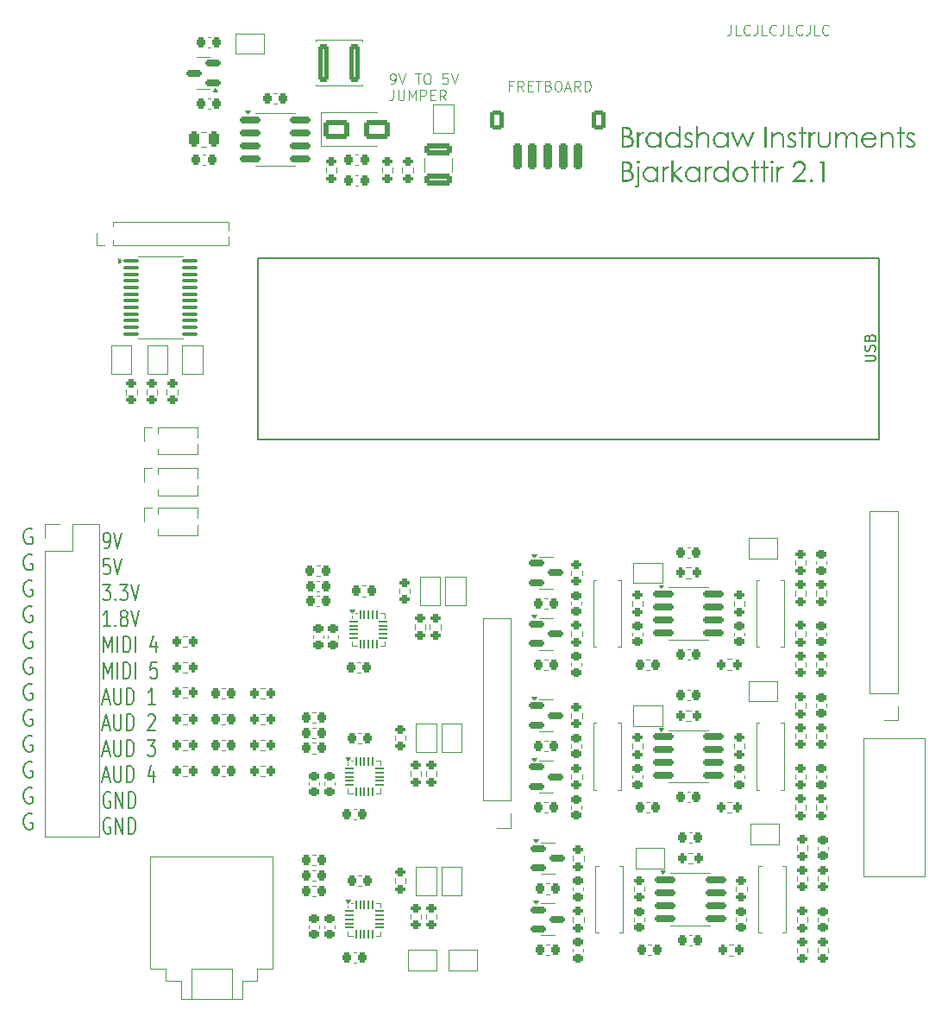
<source format=gbr>
%TF.GenerationSoftware,KiCad,Pcbnew,9.0.1*%
%TF.CreationDate,2025-05-02T15:15:57+01:00*%
%TF.ProjectId,body2,626f6479-322e-46b6-9963-61645f706362,rev?*%
%TF.SameCoordinates,Original*%
%TF.FileFunction,Legend,Top*%
%TF.FilePolarity,Positive*%
%FSLAX46Y46*%
G04 Gerber Fmt 4.6, Leading zero omitted, Abs format (unit mm)*
G04 Created by KiCad (PCBNEW 9.0.1) date 2025-05-02 15:15:57*
%MOMM*%
%LPD*%
G01*
G04 APERTURE LIST*
G04 Aperture macros list*
%AMRoundRect*
0 Rectangle with rounded corners*
0 $1 Rounding radius*
0 $2 $3 $4 $5 $6 $7 $8 $9 X,Y pos of 4 corners*
0 Add a 4 corners polygon primitive as box body*
4,1,4,$2,$3,$4,$5,$6,$7,$8,$9,$2,$3,0*
0 Add four circle primitives for the rounded corners*
1,1,$1+$1,$2,$3*
1,1,$1+$1,$4,$5*
1,1,$1+$1,$6,$7*
1,1,$1+$1,$8,$9*
0 Add four rect primitives between the rounded corners*
20,1,$1+$1,$2,$3,$4,$5,0*
20,1,$1+$1,$4,$5,$6,$7,0*
20,1,$1+$1,$6,$7,$8,$9,0*
20,1,$1+$1,$8,$9,$2,$3,0*%
G04 Aperture macros list end*
%ADD10C,0.200000*%
%ADD11C,0.100000*%
%ADD12C,0.150000*%
%ADD13C,0.120000*%
%ADD14RoundRect,0.225000X-0.225000X-0.250000X0.225000X-0.250000X0.225000X0.250000X-0.225000X0.250000X0*%
%ADD15RoundRect,0.200000X-0.200000X-0.275000X0.200000X-0.275000X0.200000X0.275000X-0.200000X0.275000X0*%
%ADD16RoundRect,0.225000X-0.250000X0.225000X-0.250000X-0.225000X0.250000X-0.225000X0.250000X0.225000X0*%
%ADD17RoundRect,0.200000X0.275000X-0.200000X0.275000X0.200000X-0.275000X0.200000X-0.275000X-0.200000X0*%
%ADD18R,1.500000X1.000000*%
%ADD19RoundRect,0.225000X0.225000X0.250000X-0.225000X0.250000X-0.225000X-0.250000X0.225000X-0.250000X0*%
%ADD20RoundRect,0.250000X0.250000X0.475000X-0.250000X0.475000X-0.250000X-0.475000X0.250000X-0.475000X0*%
%ADD21RoundRect,0.150000X-0.587500X-0.150000X0.587500X-0.150000X0.587500X0.150000X-0.587500X0.150000X0*%
%ADD22RoundRect,0.200000X0.200000X0.275000X-0.200000X0.275000X-0.200000X-0.275000X0.200000X-0.275000X0*%
%ADD23R,1.000000X1.500000*%
%ADD24R,1.000000X1.000000*%
%ADD25C,1.000000*%
%ADD26RoundRect,0.200000X-0.275000X0.200000X-0.275000X-0.200000X0.275000X-0.200000X0.275000X0.200000X0*%
%ADD27RoundRect,0.218750X0.218750X0.256250X-0.218750X0.256250X-0.218750X-0.256250X0.218750X-0.256250X0*%
%ADD28RoundRect,0.225000X0.250000X-0.225000X0.250000X0.225000X-0.250000X0.225000X-0.250000X-0.225000X0*%
%ADD29C,3.200000*%
%ADD30RoundRect,0.250000X-1.100000X0.325000X-1.100000X-0.325000X1.100000X-0.325000X1.100000X0.325000X0*%
%ADD31C,1.600000*%
%ADD32O,1.600000X1.600000*%
%ADD33RoundRect,0.150000X-0.825000X-0.150000X0.825000X-0.150000X0.825000X0.150000X-0.825000X0.150000X0*%
%ADD34O,1.700000X1.700000*%
%ADD35RoundRect,0.050000X-0.375000X-0.050000X0.375000X-0.050000X0.375000X0.050000X-0.375000X0.050000X0*%
%ADD36RoundRect,0.050000X-0.050000X-0.375000X0.050000X-0.375000X0.050000X0.375000X-0.050000X0.375000X0*%
%ADD37R,1.650000X1.650000*%
%ADD38RoundRect,0.150000X0.587500X0.150000X-0.587500X0.150000X-0.587500X-0.150000X0.587500X-0.150000X0*%
%ADD39C,1.200000*%
%ADD40O,1.200000X2.200000*%
%ADD41O,1.600000X2.300000*%
%ADD42O,2.200000X1.200000*%
%ADD43O,1.600000X2.500000*%
%ADD44RoundRect,0.100000X-0.637500X-0.100000X0.637500X-0.100000X0.637500X0.100000X-0.637500X0.100000X0*%
%ADD45R,1.700000X1.700000*%
%ADD46C,1.700000*%
%ADD47O,1.870000X1.170000*%
%ADD48RoundRect,0.250000X-1.000000X-0.650000X1.000000X-0.650000X1.000000X0.650000X-1.000000X0.650000X0*%
%ADD49RoundRect,0.250000X-0.300000X-1.600000X0.300000X-1.600000X0.300000X1.600000X-0.300000X1.600000X0*%
%ADD50RoundRect,0.212500X0.212500X1.087500X-0.212500X1.087500X-0.212500X-1.087500X0.212500X-1.087500X0*%
%ADD51RoundRect,0.216667X0.433333X0.733333X-0.433333X0.733333X-0.433333X-0.733333X0.433333X-0.733333X0*%
G04 APERTURE END LIST*
D10*
X108474435Y-102625406D02*
X108703006Y-102625406D01*
X108703006Y-102625406D02*
X108817292Y-102550168D01*
X108817292Y-102550168D02*
X108874435Y-102474929D01*
X108874435Y-102474929D02*
X108988720Y-102249215D01*
X108988720Y-102249215D02*
X109045863Y-101948263D01*
X109045863Y-101948263D02*
X109045863Y-101346358D01*
X109045863Y-101346358D02*
X108988720Y-101195882D01*
X108988720Y-101195882D02*
X108931578Y-101120644D01*
X108931578Y-101120644D02*
X108817292Y-101045406D01*
X108817292Y-101045406D02*
X108588720Y-101045406D01*
X108588720Y-101045406D02*
X108474435Y-101120644D01*
X108474435Y-101120644D02*
X108417292Y-101195882D01*
X108417292Y-101195882D02*
X108360149Y-101346358D01*
X108360149Y-101346358D02*
X108360149Y-101722548D01*
X108360149Y-101722548D02*
X108417292Y-101873025D01*
X108417292Y-101873025D02*
X108474435Y-101948263D01*
X108474435Y-101948263D02*
X108588720Y-102023501D01*
X108588720Y-102023501D02*
X108817292Y-102023501D01*
X108817292Y-102023501D02*
X108931578Y-101948263D01*
X108931578Y-101948263D02*
X108988720Y-101873025D01*
X108988720Y-101873025D02*
X109045863Y-101722548D01*
X109388720Y-101045406D02*
X109788720Y-102625406D01*
X109788720Y-102625406D02*
X110188720Y-101045406D01*
X108988720Y-103589118D02*
X108417292Y-103589118D01*
X108417292Y-103589118D02*
X108360149Y-104341499D01*
X108360149Y-104341499D02*
X108417292Y-104266260D01*
X108417292Y-104266260D02*
X108531578Y-104191022D01*
X108531578Y-104191022D02*
X108817292Y-104191022D01*
X108817292Y-104191022D02*
X108931578Y-104266260D01*
X108931578Y-104266260D02*
X108988720Y-104341499D01*
X108988720Y-104341499D02*
X109045863Y-104491975D01*
X109045863Y-104491975D02*
X109045863Y-104868165D01*
X109045863Y-104868165D02*
X108988720Y-105018641D01*
X108988720Y-105018641D02*
X108931578Y-105093880D01*
X108931578Y-105093880D02*
X108817292Y-105169118D01*
X108817292Y-105169118D02*
X108531578Y-105169118D01*
X108531578Y-105169118D02*
X108417292Y-105093880D01*
X108417292Y-105093880D02*
X108360149Y-105018641D01*
X109388720Y-103589118D02*
X109788720Y-105169118D01*
X109788720Y-105169118D02*
X110188720Y-103589118D01*
X108303006Y-106132830D02*
X109045863Y-106132830D01*
X109045863Y-106132830D02*
X108645863Y-106734734D01*
X108645863Y-106734734D02*
X108817292Y-106734734D01*
X108817292Y-106734734D02*
X108931578Y-106809972D01*
X108931578Y-106809972D02*
X108988720Y-106885211D01*
X108988720Y-106885211D02*
X109045863Y-107035687D01*
X109045863Y-107035687D02*
X109045863Y-107411877D01*
X109045863Y-107411877D02*
X108988720Y-107562353D01*
X108988720Y-107562353D02*
X108931578Y-107637592D01*
X108931578Y-107637592D02*
X108817292Y-107712830D01*
X108817292Y-107712830D02*
X108474435Y-107712830D01*
X108474435Y-107712830D02*
X108360149Y-107637592D01*
X108360149Y-107637592D02*
X108303006Y-107562353D01*
X109560149Y-107562353D02*
X109617292Y-107637592D01*
X109617292Y-107637592D02*
X109560149Y-107712830D01*
X109560149Y-107712830D02*
X109503006Y-107637592D01*
X109503006Y-107637592D02*
X109560149Y-107562353D01*
X109560149Y-107562353D02*
X109560149Y-107712830D01*
X110017292Y-106132830D02*
X110760149Y-106132830D01*
X110760149Y-106132830D02*
X110360149Y-106734734D01*
X110360149Y-106734734D02*
X110531578Y-106734734D01*
X110531578Y-106734734D02*
X110645864Y-106809972D01*
X110645864Y-106809972D02*
X110703006Y-106885211D01*
X110703006Y-106885211D02*
X110760149Y-107035687D01*
X110760149Y-107035687D02*
X110760149Y-107411877D01*
X110760149Y-107411877D02*
X110703006Y-107562353D01*
X110703006Y-107562353D02*
X110645864Y-107637592D01*
X110645864Y-107637592D02*
X110531578Y-107712830D01*
X110531578Y-107712830D02*
X110188721Y-107712830D01*
X110188721Y-107712830D02*
X110074435Y-107637592D01*
X110074435Y-107637592D02*
X110017292Y-107562353D01*
X111103006Y-106132830D02*
X111503006Y-107712830D01*
X111503006Y-107712830D02*
X111903006Y-106132830D01*
X109045863Y-110256542D02*
X108360149Y-110256542D01*
X108703006Y-110256542D02*
X108703006Y-108676542D01*
X108703006Y-108676542D02*
X108588720Y-108902256D01*
X108588720Y-108902256D02*
X108474435Y-109052732D01*
X108474435Y-109052732D02*
X108360149Y-109127970D01*
X109560149Y-110106065D02*
X109617292Y-110181304D01*
X109617292Y-110181304D02*
X109560149Y-110256542D01*
X109560149Y-110256542D02*
X109503006Y-110181304D01*
X109503006Y-110181304D02*
X109560149Y-110106065D01*
X109560149Y-110106065D02*
X109560149Y-110256542D01*
X110303006Y-109353684D02*
X110188721Y-109278446D01*
X110188721Y-109278446D02*
X110131578Y-109203208D01*
X110131578Y-109203208D02*
X110074435Y-109052732D01*
X110074435Y-109052732D02*
X110074435Y-108977494D01*
X110074435Y-108977494D02*
X110131578Y-108827018D01*
X110131578Y-108827018D02*
X110188721Y-108751780D01*
X110188721Y-108751780D02*
X110303006Y-108676542D01*
X110303006Y-108676542D02*
X110531578Y-108676542D01*
X110531578Y-108676542D02*
X110645864Y-108751780D01*
X110645864Y-108751780D02*
X110703006Y-108827018D01*
X110703006Y-108827018D02*
X110760149Y-108977494D01*
X110760149Y-108977494D02*
X110760149Y-109052732D01*
X110760149Y-109052732D02*
X110703006Y-109203208D01*
X110703006Y-109203208D02*
X110645864Y-109278446D01*
X110645864Y-109278446D02*
X110531578Y-109353684D01*
X110531578Y-109353684D02*
X110303006Y-109353684D01*
X110303006Y-109353684D02*
X110188721Y-109428923D01*
X110188721Y-109428923D02*
X110131578Y-109504161D01*
X110131578Y-109504161D02*
X110074435Y-109654637D01*
X110074435Y-109654637D02*
X110074435Y-109955589D01*
X110074435Y-109955589D02*
X110131578Y-110106065D01*
X110131578Y-110106065D02*
X110188721Y-110181304D01*
X110188721Y-110181304D02*
X110303006Y-110256542D01*
X110303006Y-110256542D02*
X110531578Y-110256542D01*
X110531578Y-110256542D02*
X110645864Y-110181304D01*
X110645864Y-110181304D02*
X110703006Y-110106065D01*
X110703006Y-110106065D02*
X110760149Y-109955589D01*
X110760149Y-109955589D02*
X110760149Y-109654637D01*
X110760149Y-109654637D02*
X110703006Y-109504161D01*
X110703006Y-109504161D02*
X110645864Y-109428923D01*
X110645864Y-109428923D02*
X110531578Y-109353684D01*
X111103006Y-108676542D02*
X111503006Y-110256542D01*
X111503006Y-110256542D02*
X111903006Y-108676542D01*
X108417292Y-112800254D02*
X108417292Y-111220254D01*
X108417292Y-111220254D02*
X108817292Y-112348825D01*
X108817292Y-112348825D02*
X109217292Y-111220254D01*
X109217292Y-111220254D02*
X109217292Y-112800254D01*
X109788721Y-112800254D02*
X109788721Y-111220254D01*
X110360150Y-112800254D02*
X110360150Y-111220254D01*
X110360150Y-111220254D02*
X110645864Y-111220254D01*
X110645864Y-111220254D02*
X110817293Y-111295492D01*
X110817293Y-111295492D02*
X110931578Y-111445968D01*
X110931578Y-111445968D02*
X110988721Y-111596444D01*
X110988721Y-111596444D02*
X111045864Y-111897396D01*
X111045864Y-111897396D02*
X111045864Y-112123111D01*
X111045864Y-112123111D02*
X110988721Y-112424063D01*
X110988721Y-112424063D02*
X110931578Y-112574539D01*
X110931578Y-112574539D02*
X110817293Y-112725016D01*
X110817293Y-112725016D02*
X110645864Y-112800254D01*
X110645864Y-112800254D02*
X110360150Y-112800254D01*
X111560150Y-112800254D02*
X111560150Y-111220254D01*
X113560151Y-111746920D02*
X113560151Y-112800254D01*
X113274436Y-111145016D02*
X112988722Y-112273587D01*
X112988722Y-112273587D02*
X113731579Y-112273587D01*
X108417292Y-115343966D02*
X108417292Y-113763966D01*
X108417292Y-113763966D02*
X108817292Y-114892537D01*
X108817292Y-114892537D02*
X109217292Y-113763966D01*
X109217292Y-113763966D02*
X109217292Y-115343966D01*
X109788721Y-115343966D02*
X109788721Y-113763966D01*
X110360150Y-115343966D02*
X110360150Y-113763966D01*
X110360150Y-113763966D02*
X110645864Y-113763966D01*
X110645864Y-113763966D02*
X110817293Y-113839204D01*
X110817293Y-113839204D02*
X110931578Y-113989680D01*
X110931578Y-113989680D02*
X110988721Y-114140156D01*
X110988721Y-114140156D02*
X111045864Y-114441108D01*
X111045864Y-114441108D02*
X111045864Y-114666823D01*
X111045864Y-114666823D02*
X110988721Y-114967775D01*
X110988721Y-114967775D02*
X110931578Y-115118251D01*
X110931578Y-115118251D02*
X110817293Y-115268728D01*
X110817293Y-115268728D02*
X110645864Y-115343966D01*
X110645864Y-115343966D02*
X110360150Y-115343966D01*
X111560150Y-115343966D02*
X111560150Y-113763966D01*
X113617293Y-113763966D02*
X113045865Y-113763966D01*
X113045865Y-113763966D02*
X112988722Y-114516347D01*
X112988722Y-114516347D02*
X113045865Y-114441108D01*
X113045865Y-114441108D02*
X113160151Y-114365870D01*
X113160151Y-114365870D02*
X113445865Y-114365870D01*
X113445865Y-114365870D02*
X113560151Y-114441108D01*
X113560151Y-114441108D02*
X113617293Y-114516347D01*
X113617293Y-114516347D02*
X113674436Y-114666823D01*
X113674436Y-114666823D02*
X113674436Y-115043013D01*
X113674436Y-115043013D02*
X113617293Y-115193489D01*
X113617293Y-115193489D02*
X113560151Y-115268728D01*
X113560151Y-115268728D02*
X113445865Y-115343966D01*
X113445865Y-115343966D02*
X113160151Y-115343966D01*
X113160151Y-115343966D02*
X113045865Y-115268728D01*
X113045865Y-115268728D02*
X112988722Y-115193489D01*
X108360149Y-117436249D02*
X108931578Y-117436249D01*
X108245863Y-117887678D02*
X108645863Y-116307678D01*
X108645863Y-116307678D02*
X109045863Y-117887678D01*
X109445863Y-116307678D02*
X109445863Y-117586725D01*
X109445863Y-117586725D02*
X109503006Y-117737201D01*
X109503006Y-117737201D02*
X109560149Y-117812440D01*
X109560149Y-117812440D02*
X109674434Y-117887678D01*
X109674434Y-117887678D02*
X109903006Y-117887678D01*
X109903006Y-117887678D02*
X110017291Y-117812440D01*
X110017291Y-117812440D02*
X110074434Y-117737201D01*
X110074434Y-117737201D02*
X110131577Y-117586725D01*
X110131577Y-117586725D02*
X110131577Y-116307678D01*
X110703006Y-117887678D02*
X110703006Y-116307678D01*
X110703006Y-116307678D02*
X110988720Y-116307678D01*
X110988720Y-116307678D02*
X111160149Y-116382916D01*
X111160149Y-116382916D02*
X111274434Y-116533392D01*
X111274434Y-116533392D02*
X111331577Y-116683868D01*
X111331577Y-116683868D02*
X111388720Y-116984820D01*
X111388720Y-116984820D02*
X111388720Y-117210535D01*
X111388720Y-117210535D02*
X111331577Y-117511487D01*
X111331577Y-117511487D02*
X111274434Y-117661963D01*
X111274434Y-117661963D02*
X111160149Y-117812440D01*
X111160149Y-117812440D02*
X110988720Y-117887678D01*
X110988720Y-117887678D02*
X110703006Y-117887678D01*
X113445863Y-117887678D02*
X112760149Y-117887678D01*
X113103006Y-117887678D02*
X113103006Y-116307678D01*
X113103006Y-116307678D02*
X112988720Y-116533392D01*
X112988720Y-116533392D02*
X112874435Y-116683868D01*
X112874435Y-116683868D02*
X112760149Y-116759106D01*
X108360149Y-119979961D02*
X108931578Y-119979961D01*
X108245863Y-120431390D02*
X108645863Y-118851390D01*
X108645863Y-118851390D02*
X109045863Y-120431390D01*
X109445863Y-118851390D02*
X109445863Y-120130437D01*
X109445863Y-120130437D02*
X109503006Y-120280913D01*
X109503006Y-120280913D02*
X109560149Y-120356152D01*
X109560149Y-120356152D02*
X109674434Y-120431390D01*
X109674434Y-120431390D02*
X109903006Y-120431390D01*
X109903006Y-120431390D02*
X110017291Y-120356152D01*
X110017291Y-120356152D02*
X110074434Y-120280913D01*
X110074434Y-120280913D02*
X110131577Y-120130437D01*
X110131577Y-120130437D02*
X110131577Y-118851390D01*
X110703006Y-120431390D02*
X110703006Y-118851390D01*
X110703006Y-118851390D02*
X110988720Y-118851390D01*
X110988720Y-118851390D02*
X111160149Y-118926628D01*
X111160149Y-118926628D02*
X111274434Y-119077104D01*
X111274434Y-119077104D02*
X111331577Y-119227580D01*
X111331577Y-119227580D02*
X111388720Y-119528532D01*
X111388720Y-119528532D02*
X111388720Y-119754247D01*
X111388720Y-119754247D02*
X111331577Y-120055199D01*
X111331577Y-120055199D02*
X111274434Y-120205675D01*
X111274434Y-120205675D02*
X111160149Y-120356152D01*
X111160149Y-120356152D02*
X110988720Y-120431390D01*
X110988720Y-120431390D02*
X110703006Y-120431390D01*
X112760149Y-119001866D02*
X112817292Y-118926628D01*
X112817292Y-118926628D02*
X112931578Y-118851390D01*
X112931578Y-118851390D02*
X113217292Y-118851390D01*
X113217292Y-118851390D02*
X113331578Y-118926628D01*
X113331578Y-118926628D02*
X113388720Y-119001866D01*
X113388720Y-119001866D02*
X113445863Y-119152342D01*
X113445863Y-119152342D02*
X113445863Y-119302818D01*
X113445863Y-119302818D02*
X113388720Y-119528532D01*
X113388720Y-119528532D02*
X112703006Y-120431390D01*
X112703006Y-120431390D02*
X113445863Y-120431390D01*
X108360149Y-122523673D02*
X108931578Y-122523673D01*
X108245863Y-122975102D02*
X108645863Y-121395102D01*
X108645863Y-121395102D02*
X109045863Y-122975102D01*
X109445863Y-121395102D02*
X109445863Y-122674149D01*
X109445863Y-122674149D02*
X109503006Y-122824625D01*
X109503006Y-122824625D02*
X109560149Y-122899864D01*
X109560149Y-122899864D02*
X109674434Y-122975102D01*
X109674434Y-122975102D02*
X109903006Y-122975102D01*
X109903006Y-122975102D02*
X110017291Y-122899864D01*
X110017291Y-122899864D02*
X110074434Y-122824625D01*
X110074434Y-122824625D02*
X110131577Y-122674149D01*
X110131577Y-122674149D02*
X110131577Y-121395102D01*
X110703006Y-122975102D02*
X110703006Y-121395102D01*
X110703006Y-121395102D02*
X110988720Y-121395102D01*
X110988720Y-121395102D02*
X111160149Y-121470340D01*
X111160149Y-121470340D02*
X111274434Y-121620816D01*
X111274434Y-121620816D02*
X111331577Y-121771292D01*
X111331577Y-121771292D02*
X111388720Y-122072244D01*
X111388720Y-122072244D02*
X111388720Y-122297959D01*
X111388720Y-122297959D02*
X111331577Y-122598911D01*
X111331577Y-122598911D02*
X111274434Y-122749387D01*
X111274434Y-122749387D02*
X111160149Y-122899864D01*
X111160149Y-122899864D02*
X110988720Y-122975102D01*
X110988720Y-122975102D02*
X110703006Y-122975102D01*
X112703006Y-121395102D02*
X113445863Y-121395102D01*
X113445863Y-121395102D02*
X113045863Y-121997006D01*
X113045863Y-121997006D02*
X113217292Y-121997006D01*
X113217292Y-121997006D02*
X113331578Y-122072244D01*
X113331578Y-122072244D02*
X113388720Y-122147483D01*
X113388720Y-122147483D02*
X113445863Y-122297959D01*
X113445863Y-122297959D02*
X113445863Y-122674149D01*
X113445863Y-122674149D02*
X113388720Y-122824625D01*
X113388720Y-122824625D02*
X113331578Y-122899864D01*
X113331578Y-122899864D02*
X113217292Y-122975102D01*
X113217292Y-122975102D02*
X112874435Y-122975102D01*
X112874435Y-122975102D02*
X112760149Y-122899864D01*
X112760149Y-122899864D02*
X112703006Y-122824625D01*
X108360149Y-125067385D02*
X108931578Y-125067385D01*
X108245863Y-125518814D02*
X108645863Y-123938814D01*
X108645863Y-123938814D02*
X109045863Y-125518814D01*
X109445863Y-123938814D02*
X109445863Y-125217861D01*
X109445863Y-125217861D02*
X109503006Y-125368337D01*
X109503006Y-125368337D02*
X109560149Y-125443576D01*
X109560149Y-125443576D02*
X109674434Y-125518814D01*
X109674434Y-125518814D02*
X109903006Y-125518814D01*
X109903006Y-125518814D02*
X110017291Y-125443576D01*
X110017291Y-125443576D02*
X110074434Y-125368337D01*
X110074434Y-125368337D02*
X110131577Y-125217861D01*
X110131577Y-125217861D02*
X110131577Y-123938814D01*
X110703006Y-125518814D02*
X110703006Y-123938814D01*
X110703006Y-123938814D02*
X110988720Y-123938814D01*
X110988720Y-123938814D02*
X111160149Y-124014052D01*
X111160149Y-124014052D02*
X111274434Y-124164528D01*
X111274434Y-124164528D02*
X111331577Y-124315004D01*
X111331577Y-124315004D02*
X111388720Y-124615956D01*
X111388720Y-124615956D02*
X111388720Y-124841671D01*
X111388720Y-124841671D02*
X111331577Y-125142623D01*
X111331577Y-125142623D02*
X111274434Y-125293099D01*
X111274434Y-125293099D02*
X111160149Y-125443576D01*
X111160149Y-125443576D02*
X110988720Y-125518814D01*
X110988720Y-125518814D02*
X110703006Y-125518814D01*
X113331578Y-124465480D02*
X113331578Y-125518814D01*
X113045863Y-123863576D02*
X112760149Y-124992147D01*
X112760149Y-124992147D02*
X113503006Y-124992147D01*
X109045863Y-126557764D02*
X108931578Y-126482526D01*
X108931578Y-126482526D02*
X108760149Y-126482526D01*
X108760149Y-126482526D02*
X108588720Y-126557764D01*
X108588720Y-126557764D02*
X108474435Y-126708240D01*
X108474435Y-126708240D02*
X108417292Y-126858716D01*
X108417292Y-126858716D02*
X108360149Y-127159668D01*
X108360149Y-127159668D02*
X108360149Y-127385383D01*
X108360149Y-127385383D02*
X108417292Y-127686335D01*
X108417292Y-127686335D02*
X108474435Y-127836811D01*
X108474435Y-127836811D02*
X108588720Y-127987288D01*
X108588720Y-127987288D02*
X108760149Y-128062526D01*
X108760149Y-128062526D02*
X108874435Y-128062526D01*
X108874435Y-128062526D02*
X109045863Y-127987288D01*
X109045863Y-127987288D02*
X109103006Y-127912049D01*
X109103006Y-127912049D02*
X109103006Y-127385383D01*
X109103006Y-127385383D02*
X108874435Y-127385383D01*
X109617292Y-128062526D02*
X109617292Y-126482526D01*
X109617292Y-126482526D02*
X110303006Y-128062526D01*
X110303006Y-128062526D02*
X110303006Y-126482526D01*
X110874435Y-128062526D02*
X110874435Y-126482526D01*
X110874435Y-126482526D02*
X111160149Y-126482526D01*
X111160149Y-126482526D02*
X111331578Y-126557764D01*
X111331578Y-126557764D02*
X111445863Y-126708240D01*
X111445863Y-126708240D02*
X111503006Y-126858716D01*
X111503006Y-126858716D02*
X111560149Y-127159668D01*
X111560149Y-127159668D02*
X111560149Y-127385383D01*
X111560149Y-127385383D02*
X111503006Y-127686335D01*
X111503006Y-127686335D02*
X111445863Y-127836811D01*
X111445863Y-127836811D02*
X111331578Y-127987288D01*
X111331578Y-127987288D02*
X111160149Y-128062526D01*
X111160149Y-128062526D02*
X110874435Y-128062526D01*
X109045863Y-129101476D02*
X108931578Y-129026238D01*
X108931578Y-129026238D02*
X108760149Y-129026238D01*
X108760149Y-129026238D02*
X108588720Y-129101476D01*
X108588720Y-129101476D02*
X108474435Y-129251952D01*
X108474435Y-129251952D02*
X108417292Y-129402428D01*
X108417292Y-129402428D02*
X108360149Y-129703380D01*
X108360149Y-129703380D02*
X108360149Y-129929095D01*
X108360149Y-129929095D02*
X108417292Y-130230047D01*
X108417292Y-130230047D02*
X108474435Y-130380523D01*
X108474435Y-130380523D02*
X108588720Y-130531000D01*
X108588720Y-130531000D02*
X108760149Y-130606238D01*
X108760149Y-130606238D02*
X108874435Y-130606238D01*
X108874435Y-130606238D02*
X109045863Y-130531000D01*
X109045863Y-130531000D02*
X109103006Y-130455761D01*
X109103006Y-130455761D02*
X109103006Y-129929095D01*
X109103006Y-129929095D02*
X108874435Y-129929095D01*
X109617292Y-130606238D02*
X109617292Y-129026238D01*
X109617292Y-129026238D02*
X110303006Y-130606238D01*
X110303006Y-130606238D02*
X110303006Y-129026238D01*
X110874435Y-130606238D02*
X110874435Y-129026238D01*
X110874435Y-129026238D02*
X111160149Y-129026238D01*
X111160149Y-129026238D02*
X111331578Y-129101476D01*
X111331578Y-129101476D02*
X111445863Y-129251952D01*
X111445863Y-129251952D02*
X111503006Y-129402428D01*
X111503006Y-129402428D02*
X111560149Y-129703380D01*
X111560149Y-129703380D02*
X111560149Y-129929095D01*
X111560149Y-129929095D02*
X111503006Y-130230047D01*
X111503006Y-130230047D02*
X111445863Y-130380523D01*
X111445863Y-130380523D02*
X111331578Y-130531000D01*
X111331578Y-130531000D02*
X111160149Y-130606238D01*
X111160149Y-130606238D02*
X110874435Y-130606238D01*
D11*
X136601503Y-57062475D02*
X136791979Y-57062475D01*
X136791979Y-57062475D02*
X136887217Y-57014856D01*
X136887217Y-57014856D02*
X136934836Y-56967236D01*
X136934836Y-56967236D02*
X137030074Y-56824379D01*
X137030074Y-56824379D02*
X137077693Y-56633903D01*
X137077693Y-56633903D02*
X137077693Y-56252951D01*
X137077693Y-56252951D02*
X137030074Y-56157713D01*
X137030074Y-56157713D02*
X136982455Y-56110094D01*
X136982455Y-56110094D02*
X136887217Y-56062475D01*
X136887217Y-56062475D02*
X136696741Y-56062475D01*
X136696741Y-56062475D02*
X136601503Y-56110094D01*
X136601503Y-56110094D02*
X136553884Y-56157713D01*
X136553884Y-56157713D02*
X136506265Y-56252951D01*
X136506265Y-56252951D02*
X136506265Y-56491046D01*
X136506265Y-56491046D02*
X136553884Y-56586284D01*
X136553884Y-56586284D02*
X136601503Y-56633903D01*
X136601503Y-56633903D02*
X136696741Y-56681522D01*
X136696741Y-56681522D02*
X136887217Y-56681522D01*
X136887217Y-56681522D02*
X136982455Y-56633903D01*
X136982455Y-56633903D02*
X137030074Y-56586284D01*
X137030074Y-56586284D02*
X137077693Y-56491046D01*
X137363408Y-56062475D02*
X137696741Y-57062475D01*
X137696741Y-57062475D02*
X138030074Y-56062475D01*
X138982456Y-56062475D02*
X139553884Y-56062475D01*
X139268170Y-57062475D02*
X139268170Y-56062475D01*
X140077694Y-56062475D02*
X140268170Y-56062475D01*
X140268170Y-56062475D02*
X140363408Y-56110094D01*
X140363408Y-56110094D02*
X140458646Y-56205332D01*
X140458646Y-56205332D02*
X140506265Y-56395808D01*
X140506265Y-56395808D02*
X140506265Y-56729141D01*
X140506265Y-56729141D02*
X140458646Y-56919617D01*
X140458646Y-56919617D02*
X140363408Y-57014856D01*
X140363408Y-57014856D02*
X140268170Y-57062475D01*
X140268170Y-57062475D02*
X140077694Y-57062475D01*
X140077694Y-57062475D02*
X139982456Y-57014856D01*
X139982456Y-57014856D02*
X139887218Y-56919617D01*
X139887218Y-56919617D02*
X139839599Y-56729141D01*
X139839599Y-56729141D02*
X139839599Y-56395808D01*
X139839599Y-56395808D02*
X139887218Y-56205332D01*
X139887218Y-56205332D02*
X139982456Y-56110094D01*
X139982456Y-56110094D02*
X140077694Y-56062475D01*
X142172932Y-56062475D02*
X141696742Y-56062475D01*
X141696742Y-56062475D02*
X141649123Y-56538665D01*
X141649123Y-56538665D02*
X141696742Y-56491046D01*
X141696742Y-56491046D02*
X141791980Y-56443427D01*
X141791980Y-56443427D02*
X142030075Y-56443427D01*
X142030075Y-56443427D02*
X142125313Y-56491046D01*
X142125313Y-56491046D02*
X142172932Y-56538665D01*
X142172932Y-56538665D02*
X142220551Y-56633903D01*
X142220551Y-56633903D02*
X142220551Y-56871998D01*
X142220551Y-56871998D02*
X142172932Y-56967236D01*
X142172932Y-56967236D02*
X142125313Y-57014856D01*
X142125313Y-57014856D02*
X142030075Y-57062475D01*
X142030075Y-57062475D02*
X141791980Y-57062475D01*
X141791980Y-57062475D02*
X141696742Y-57014856D01*
X141696742Y-57014856D02*
X141649123Y-56967236D01*
X142506266Y-56062475D02*
X142839599Y-57062475D01*
X142839599Y-57062475D02*
X143172932Y-56062475D01*
X136839598Y-57672419D02*
X136839598Y-58386704D01*
X136839598Y-58386704D02*
X136791979Y-58529561D01*
X136791979Y-58529561D02*
X136696741Y-58624800D01*
X136696741Y-58624800D02*
X136553884Y-58672419D01*
X136553884Y-58672419D02*
X136458646Y-58672419D01*
X137315789Y-57672419D02*
X137315789Y-58481942D01*
X137315789Y-58481942D02*
X137363408Y-58577180D01*
X137363408Y-58577180D02*
X137411027Y-58624800D01*
X137411027Y-58624800D02*
X137506265Y-58672419D01*
X137506265Y-58672419D02*
X137696741Y-58672419D01*
X137696741Y-58672419D02*
X137791979Y-58624800D01*
X137791979Y-58624800D02*
X137839598Y-58577180D01*
X137839598Y-58577180D02*
X137887217Y-58481942D01*
X137887217Y-58481942D02*
X137887217Y-57672419D01*
X138363408Y-58672419D02*
X138363408Y-57672419D01*
X138363408Y-57672419D02*
X138696741Y-58386704D01*
X138696741Y-58386704D02*
X139030074Y-57672419D01*
X139030074Y-57672419D02*
X139030074Y-58672419D01*
X139506265Y-58672419D02*
X139506265Y-57672419D01*
X139506265Y-57672419D02*
X139887217Y-57672419D01*
X139887217Y-57672419D02*
X139982455Y-57720038D01*
X139982455Y-57720038D02*
X140030074Y-57767657D01*
X140030074Y-57767657D02*
X140077693Y-57862895D01*
X140077693Y-57862895D02*
X140077693Y-58005752D01*
X140077693Y-58005752D02*
X140030074Y-58100990D01*
X140030074Y-58100990D02*
X139982455Y-58148609D01*
X139982455Y-58148609D02*
X139887217Y-58196228D01*
X139887217Y-58196228D02*
X139506265Y-58196228D01*
X140506265Y-58148609D02*
X140839598Y-58148609D01*
X140982455Y-58672419D02*
X140506265Y-58672419D01*
X140506265Y-58672419D02*
X140506265Y-57672419D01*
X140506265Y-57672419D02*
X140982455Y-57672419D01*
X141982455Y-58672419D02*
X141649122Y-58196228D01*
X141411027Y-58672419D02*
X141411027Y-57672419D01*
X141411027Y-57672419D02*
X141791979Y-57672419D01*
X141791979Y-57672419D02*
X141887217Y-57720038D01*
X141887217Y-57720038D02*
X141934836Y-57767657D01*
X141934836Y-57767657D02*
X141982455Y-57862895D01*
X141982455Y-57862895D02*
X141982455Y-58005752D01*
X141982455Y-58005752D02*
X141934836Y-58100990D01*
X141934836Y-58100990D02*
X141887217Y-58148609D01*
X141887217Y-58148609D02*
X141791979Y-58196228D01*
X141791979Y-58196228D02*
X141411027Y-58196228D01*
X169989598Y-51272419D02*
X169989598Y-51986704D01*
X169989598Y-51986704D02*
X169941979Y-52129561D01*
X169941979Y-52129561D02*
X169846741Y-52224800D01*
X169846741Y-52224800D02*
X169703884Y-52272419D01*
X169703884Y-52272419D02*
X169608646Y-52272419D01*
X170941979Y-52272419D02*
X170465789Y-52272419D01*
X170465789Y-52272419D02*
X170465789Y-51272419D01*
X171846741Y-52177180D02*
X171799122Y-52224800D01*
X171799122Y-52224800D02*
X171656265Y-52272419D01*
X171656265Y-52272419D02*
X171561027Y-52272419D01*
X171561027Y-52272419D02*
X171418170Y-52224800D01*
X171418170Y-52224800D02*
X171322932Y-52129561D01*
X171322932Y-52129561D02*
X171275313Y-52034323D01*
X171275313Y-52034323D02*
X171227694Y-51843847D01*
X171227694Y-51843847D02*
X171227694Y-51700990D01*
X171227694Y-51700990D02*
X171275313Y-51510514D01*
X171275313Y-51510514D02*
X171322932Y-51415276D01*
X171322932Y-51415276D02*
X171418170Y-51320038D01*
X171418170Y-51320038D02*
X171561027Y-51272419D01*
X171561027Y-51272419D02*
X171656265Y-51272419D01*
X171656265Y-51272419D02*
X171799122Y-51320038D01*
X171799122Y-51320038D02*
X171846741Y-51367657D01*
X172561027Y-51272419D02*
X172561027Y-51986704D01*
X172561027Y-51986704D02*
X172513408Y-52129561D01*
X172513408Y-52129561D02*
X172418170Y-52224800D01*
X172418170Y-52224800D02*
X172275313Y-52272419D01*
X172275313Y-52272419D02*
X172180075Y-52272419D01*
X173513408Y-52272419D02*
X173037218Y-52272419D01*
X173037218Y-52272419D02*
X173037218Y-51272419D01*
X174418170Y-52177180D02*
X174370551Y-52224800D01*
X174370551Y-52224800D02*
X174227694Y-52272419D01*
X174227694Y-52272419D02*
X174132456Y-52272419D01*
X174132456Y-52272419D02*
X173989599Y-52224800D01*
X173989599Y-52224800D02*
X173894361Y-52129561D01*
X173894361Y-52129561D02*
X173846742Y-52034323D01*
X173846742Y-52034323D02*
X173799123Y-51843847D01*
X173799123Y-51843847D02*
X173799123Y-51700990D01*
X173799123Y-51700990D02*
X173846742Y-51510514D01*
X173846742Y-51510514D02*
X173894361Y-51415276D01*
X173894361Y-51415276D02*
X173989599Y-51320038D01*
X173989599Y-51320038D02*
X174132456Y-51272419D01*
X174132456Y-51272419D02*
X174227694Y-51272419D01*
X174227694Y-51272419D02*
X174370551Y-51320038D01*
X174370551Y-51320038D02*
X174418170Y-51367657D01*
X175132456Y-51272419D02*
X175132456Y-51986704D01*
X175132456Y-51986704D02*
X175084837Y-52129561D01*
X175084837Y-52129561D02*
X174989599Y-52224800D01*
X174989599Y-52224800D02*
X174846742Y-52272419D01*
X174846742Y-52272419D02*
X174751504Y-52272419D01*
X176084837Y-52272419D02*
X175608647Y-52272419D01*
X175608647Y-52272419D02*
X175608647Y-51272419D01*
X176989599Y-52177180D02*
X176941980Y-52224800D01*
X176941980Y-52224800D02*
X176799123Y-52272419D01*
X176799123Y-52272419D02*
X176703885Y-52272419D01*
X176703885Y-52272419D02*
X176561028Y-52224800D01*
X176561028Y-52224800D02*
X176465790Y-52129561D01*
X176465790Y-52129561D02*
X176418171Y-52034323D01*
X176418171Y-52034323D02*
X176370552Y-51843847D01*
X176370552Y-51843847D02*
X176370552Y-51700990D01*
X176370552Y-51700990D02*
X176418171Y-51510514D01*
X176418171Y-51510514D02*
X176465790Y-51415276D01*
X176465790Y-51415276D02*
X176561028Y-51320038D01*
X176561028Y-51320038D02*
X176703885Y-51272419D01*
X176703885Y-51272419D02*
X176799123Y-51272419D01*
X176799123Y-51272419D02*
X176941980Y-51320038D01*
X176941980Y-51320038D02*
X176989599Y-51367657D01*
X177703885Y-51272419D02*
X177703885Y-51986704D01*
X177703885Y-51986704D02*
X177656266Y-52129561D01*
X177656266Y-52129561D02*
X177561028Y-52224800D01*
X177561028Y-52224800D02*
X177418171Y-52272419D01*
X177418171Y-52272419D02*
X177322933Y-52272419D01*
X178656266Y-52272419D02*
X178180076Y-52272419D01*
X178180076Y-52272419D02*
X178180076Y-51272419D01*
X179561028Y-52177180D02*
X179513409Y-52224800D01*
X179513409Y-52224800D02*
X179370552Y-52272419D01*
X179370552Y-52272419D02*
X179275314Y-52272419D01*
X179275314Y-52272419D02*
X179132457Y-52224800D01*
X179132457Y-52224800D02*
X179037219Y-52129561D01*
X179037219Y-52129561D02*
X178989600Y-52034323D01*
X178989600Y-52034323D02*
X178941981Y-51843847D01*
X178941981Y-51843847D02*
X178941981Y-51700990D01*
X178941981Y-51700990D02*
X178989600Y-51510514D01*
X178989600Y-51510514D02*
X179037219Y-51415276D01*
X179037219Y-51415276D02*
X179132457Y-51320038D01*
X179132457Y-51320038D02*
X179275314Y-51272419D01*
X179275314Y-51272419D02*
X179370552Y-51272419D01*
X179370552Y-51272419D02*
X179513409Y-51320038D01*
X179513409Y-51320038D02*
X179561028Y-51367657D01*
D10*
X101411279Y-100710644D02*
X101268422Y-100635406D01*
X101268422Y-100635406D02*
X101054136Y-100635406D01*
X101054136Y-100635406D02*
X100839850Y-100710644D01*
X100839850Y-100710644D02*
X100696993Y-100861120D01*
X100696993Y-100861120D02*
X100625564Y-101011596D01*
X100625564Y-101011596D02*
X100554136Y-101312548D01*
X100554136Y-101312548D02*
X100554136Y-101538263D01*
X100554136Y-101538263D02*
X100625564Y-101839215D01*
X100625564Y-101839215D02*
X100696993Y-101989691D01*
X100696993Y-101989691D02*
X100839850Y-102140168D01*
X100839850Y-102140168D02*
X101054136Y-102215406D01*
X101054136Y-102215406D02*
X101196993Y-102215406D01*
X101196993Y-102215406D02*
X101411279Y-102140168D01*
X101411279Y-102140168D02*
X101482707Y-102064929D01*
X101482707Y-102064929D02*
X101482707Y-101538263D01*
X101482707Y-101538263D02*
X101196993Y-101538263D01*
X101411279Y-103254356D02*
X101268422Y-103179118D01*
X101268422Y-103179118D02*
X101054136Y-103179118D01*
X101054136Y-103179118D02*
X100839850Y-103254356D01*
X100839850Y-103254356D02*
X100696993Y-103404832D01*
X100696993Y-103404832D02*
X100625564Y-103555308D01*
X100625564Y-103555308D02*
X100554136Y-103856260D01*
X100554136Y-103856260D02*
X100554136Y-104081975D01*
X100554136Y-104081975D02*
X100625564Y-104382927D01*
X100625564Y-104382927D02*
X100696993Y-104533403D01*
X100696993Y-104533403D02*
X100839850Y-104683880D01*
X100839850Y-104683880D02*
X101054136Y-104759118D01*
X101054136Y-104759118D02*
X101196993Y-104759118D01*
X101196993Y-104759118D02*
X101411279Y-104683880D01*
X101411279Y-104683880D02*
X101482707Y-104608641D01*
X101482707Y-104608641D02*
X101482707Y-104081975D01*
X101482707Y-104081975D02*
X101196993Y-104081975D01*
X101411279Y-105798068D02*
X101268422Y-105722830D01*
X101268422Y-105722830D02*
X101054136Y-105722830D01*
X101054136Y-105722830D02*
X100839850Y-105798068D01*
X100839850Y-105798068D02*
X100696993Y-105948544D01*
X100696993Y-105948544D02*
X100625564Y-106099020D01*
X100625564Y-106099020D02*
X100554136Y-106399972D01*
X100554136Y-106399972D02*
X100554136Y-106625687D01*
X100554136Y-106625687D02*
X100625564Y-106926639D01*
X100625564Y-106926639D02*
X100696993Y-107077115D01*
X100696993Y-107077115D02*
X100839850Y-107227592D01*
X100839850Y-107227592D02*
X101054136Y-107302830D01*
X101054136Y-107302830D02*
X101196993Y-107302830D01*
X101196993Y-107302830D02*
X101411279Y-107227592D01*
X101411279Y-107227592D02*
X101482707Y-107152353D01*
X101482707Y-107152353D02*
X101482707Y-106625687D01*
X101482707Y-106625687D02*
X101196993Y-106625687D01*
X101411279Y-108341780D02*
X101268422Y-108266542D01*
X101268422Y-108266542D02*
X101054136Y-108266542D01*
X101054136Y-108266542D02*
X100839850Y-108341780D01*
X100839850Y-108341780D02*
X100696993Y-108492256D01*
X100696993Y-108492256D02*
X100625564Y-108642732D01*
X100625564Y-108642732D02*
X100554136Y-108943684D01*
X100554136Y-108943684D02*
X100554136Y-109169399D01*
X100554136Y-109169399D02*
X100625564Y-109470351D01*
X100625564Y-109470351D02*
X100696993Y-109620827D01*
X100696993Y-109620827D02*
X100839850Y-109771304D01*
X100839850Y-109771304D02*
X101054136Y-109846542D01*
X101054136Y-109846542D02*
X101196993Y-109846542D01*
X101196993Y-109846542D02*
X101411279Y-109771304D01*
X101411279Y-109771304D02*
X101482707Y-109696065D01*
X101482707Y-109696065D02*
X101482707Y-109169399D01*
X101482707Y-109169399D02*
X101196993Y-109169399D01*
X101411279Y-110885492D02*
X101268422Y-110810254D01*
X101268422Y-110810254D02*
X101054136Y-110810254D01*
X101054136Y-110810254D02*
X100839850Y-110885492D01*
X100839850Y-110885492D02*
X100696993Y-111035968D01*
X100696993Y-111035968D02*
X100625564Y-111186444D01*
X100625564Y-111186444D02*
X100554136Y-111487396D01*
X100554136Y-111487396D02*
X100554136Y-111713111D01*
X100554136Y-111713111D02*
X100625564Y-112014063D01*
X100625564Y-112014063D02*
X100696993Y-112164539D01*
X100696993Y-112164539D02*
X100839850Y-112315016D01*
X100839850Y-112315016D02*
X101054136Y-112390254D01*
X101054136Y-112390254D02*
X101196993Y-112390254D01*
X101196993Y-112390254D02*
X101411279Y-112315016D01*
X101411279Y-112315016D02*
X101482707Y-112239777D01*
X101482707Y-112239777D02*
X101482707Y-111713111D01*
X101482707Y-111713111D02*
X101196993Y-111713111D01*
X101411279Y-113429204D02*
X101268422Y-113353966D01*
X101268422Y-113353966D02*
X101054136Y-113353966D01*
X101054136Y-113353966D02*
X100839850Y-113429204D01*
X100839850Y-113429204D02*
X100696993Y-113579680D01*
X100696993Y-113579680D02*
X100625564Y-113730156D01*
X100625564Y-113730156D02*
X100554136Y-114031108D01*
X100554136Y-114031108D02*
X100554136Y-114256823D01*
X100554136Y-114256823D02*
X100625564Y-114557775D01*
X100625564Y-114557775D02*
X100696993Y-114708251D01*
X100696993Y-114708251D02*
X100839850Y-114858728D01*
X100839850Y-114858728D02*
X101054136Y-114933966D01*
X101054136Y-114933966D02*
X101196993Y-114933966D01*
X101196993Y-114933966D02*
X101411279Y-114858728D01*
X101411279Y-114858728D02*
X101482707Y-114783489D01*
X101482707Y-114783489D02*
X101482707Y-114256823D01*
X101482707Y-114256823D02*
X101196993Y-114256823D01*
X101411279Y-115972916D02*
X101268422Y-115897678D01*
X101268422Y-115897678D02*
X101054136Y-115897678D01*
X101054136Y-115897678D02*
X100839850Y-115972916D01*
X100839850Y-115972916D02*
X100696993Y-116123392D01*
X100696993Y-116123392D02*
X100625564Y-116273868D01*
X100625564Y-116273868D02*
X100554136Y-116574820D01*
X100554136Y-116574820D02*
X100554136Y-116800535D01*
X100554136Y-116800535D02*
X100625564Y-117101487D01*
X100625564Y-117101487D02*
X100696993Y-117251963D01*
X100696993Y-117251963D02*
X100839850Y-117402440D01*
X100839850Y-117402440D02*
X101054136Y-117477678D01*
X101054136Y-117477678D02*
X101196993Y-117477678D01*
X101196993Y-117477678D02*
X101411279Y-117402440D01*
X101411279Y-117402440D02*
X101482707Y-117327201D01*
X101482707Y-117327201D02*
X101482707Y-116800535D01*
X101482707Y-116800535D02*
X101196993Y-116800535D01*
X101411279Y-118516628D02*
X101268422Y-118441390D01*
X101268422Y-118441390D02*
X101054136Y-118441390D01*
X101054136Y-118441390D02*
X100839850Y-118516628D01*
X100839850Y-118516628D02*
X100696993Y-118667104D01*
X100696993Y-118667104D02*
X100625564Y-118817580D01*
X100625564Y-118817580D02*
X100554136Y-119118532D01*
X100554136Y-119118532D02*
X100554136Y-119344247D01*
X100554136Y-119344247D02*
X100625564Y-119645199D01*
X100625564Y-119645199D02*
X100696993Y-119795675D01*
X100696993Y-119795675D02*
X100839850Y-119946152D01*
X100839850Y-119946152D02*
X101054136Y-120021390D01*
X101054136Y-120021390D02*
X101196993Y-120021390D01*
X101196993Y-120021390D02*
X101411279Y-119946152D01*
X101411279Y-119946152D02*
X101482707Y-119870913D01*
X101482707Y-119870913D02*
X101482707Y-119344247D01*
X101482707Y-119344247D02*
X101196993Y-119344247D01*
X101411279Y-121060340D02*
X101268422Y-120985102D01*
X101268422Y-120985102D02*
X101054136Y-120985102D01*
X101054136Y-120985102D02*
X100839850Y-121060340D01*
X100839850Y-121060340D02*
X100696993Y-121210816D01*
X100696993Y-121210816D02*
X100625564Y-121361292D01*
X100625564Y-121361292D02*
X100554136Y-121662244D01*
X100554136Y-121662244D02*
X100554136Y-121887959D01*
X100554136Y-121887959D02*
X100625564Y-122188911D01*
X100625564Y-122188911D02*
X100696993Y-122339387D01*
X100696993Y-122339387D02*
X100839850Y-122489864D01*
X100839850Y-122489864D02*
X101054136Y-122565102D01*
X101054136Y-122565102D02*
X101196993Y-122565102D01*
X101196993Y-122565102D02*
X101411279Y-122489864D01*
X101411279Y-122489864D02*
X101482707Y-122414625D01*
X101482707Y-122414625D02*
X101482707Y-121887959D01*
X101482707Y-121887959D02*
X101196993Y-121887959D01*
X101411279Y-123604052D02*
X101268422Y-123528814D01*
X101268422Y-123528814D02*
X101054136Y-123528814D01*
X101054136Y-123528814D02*
X100839850Y-123604052D01*
X100839850Y-123604052D02*
X100696993Y-123754528D01*
X100696993Y-123754528D02*
X100625564Y-123905004D01*
X100625564Y-123905004D02*
X100554136Y-124205956D01*
X100554136Y-124205956D02*
X100554136Y-124431671D01*
X100554136Y-124431671D02*
X100625564Y-124732623D01*
X100625564Y-124732623D02*
X100696993Y-124883099D01*
X100696993Y-124883099D02*
X100839850Y-125033576D01*
X100839850Y-125033576D02*
X101054136Y-125108814D01*
X101054136Y-125108814D02*
X101196993Y-125108814D01*
X101196993Y-125108814D02*
X101411279Y-125033576D01*
X101411279Y-125033576D02*
X101482707Y-124958337D01*
X101482707Y-124958337D02*
X101482707Y-124431671D01*
X101482707Y-124431671D02*
X101196993Y-124431671D01*
X101411279Y-126147764D02*
X101268422Y-126072526D01*
X101268422Y-126072526D02*
X101054136Y-126072526D01*
X101054136Y-126072526D02*
X100839850Y-126147764D01*
X100839850Y-126147764D02*
X100696993Y-126298240D01*
X100696993Y-126298240D02*
X100625564Y-126448716D01*
X100625564Y-126448716D02*
X100554136Y-126749668D01*
X100554136Y-126749668D02*
X100554136Y-126975383D01*
X100554136Y-126975383D02*
X100625564Y-127276335D01*
X100625564Y-127276335D02*
X100696993Y-127426811D01*
X100696993Y-127426811D02*
X100839850Y-127577288D01*
X100839850Y-127577288D02*
X101054136Y-127652526D01*
X101054136Y-127652526D02*
X101196993Y-127652526D01*
X101196993Y-127652526D02*
X101411279Y-127577288D01*
X101411279Y-127577288D02*
X101482707Y-127502049D01*
X101482707Y-127502049D02*
X101482707Y-126975383D01*
X101482707Y-126975383D02*
X101196993Y-126975383D01*
X101411279Y-128691476D02*
X101268422Y-128616238D01*
X101268422Y-128616238D02*
X101054136Y-128616238D01*
X101054136Y-128616238D02*
X100839850Y-128691476D01*
X100839850Y-128691476D02*
X100696993Y-128841952D01*
X100696993Y-128841952D02*
X100625564Y-128992428D01*
X100625564Y-128992428D02*
X100554136Y-129293380D01*
X100554136Y-129293380D02*
X100554136Y-129519095D01*
X100554136Y-129519095D02*
X100625564Y-129820047D01*
X100625564Y-129820047D02*
X100696993Y-129970523D01*
X100696993Y-129970523D02*
X100839850Y-130121000D01*
X100839850Y-130121000D02*
X101054136Y-130196238D01*
X101054136Y-130196238D02*
X101196993Y-130196238D01*
X101196993Y-130196238D02*
X101411279Y-130121000D01*
X101411279Y-130121000D02*
X101482707Y-130045761D01*
X101482707Y-130045761D02*
X101482707Y-129519095D01*
X101482707Y-129519095D02*
X101196993Y-129519095D01*
D11*
X148537217Y-57248609D02*
X148203884Y-57248609D01*
X148203884Y-57772419D02*
X148203884Y-56772419D01*
X148203884Y-56772419D02*
X148680074Y-56772419D01*
X149632455Y-57772419D02*
X149299122Y-57296228D01*
X149061027Y-57772419D02*
X149061027Y-56772419D01*
X149061027Y-56772419D02*
X149441979Y-56772419D01*
X149441979Y-56772419D02*
X149537217Y-56820038D01*
X149537217Y-56820038D02*
X149584836Y-56867657D01*
X149584836Y-56867657D02*
X149632455Y-56962895D01*
X149632455Y-56962895D02*
X149632455Y-57105752D01*
X149632455Y-57105752D02*
X149584836Y-57200990D01*
X149584836Y-57200990D02*
X149537217Y-57248609D01*
X149537217Y-57248609D02*
X149441979Y-57296228D01*
X149441979Y-57296228D02*
X149061027Y-57296228D01*
X150061027Y-57248609D02*
X150394360Y-57248609D01*
X150537217Y-57772419D02*
X150061027Y-57772419D01*
X150061027Y-57772419D02*
X150061027Y-56772419D01*
X150061027Y-56772419D02*
X150537217Y-56772419D01*
X150822932Y-56772419D02*
X151394360Y-56772419D01*
X151108646Y-57772419D02*
X151108646Y-56772419D01*
X152061027Y-57248609D02*
X152203884Y-57296228D01*
X152203884Y-57296228D02*
X152251503Y-57343847D01*
X152251503Y-57343847D02*
X152299122Y-57439085D01*
X152299122Y-57439085D02*
X152299122Y-57581942D01*
X152299122Y-57581942D02*
X152251503Y-57677180D01*
X152251503Y-57677180D02*
X152203884Y-57724800D01*
X152203884Y-57724800D02*
X152108646Y-57772419D01*
X152108646Y-57772419D02*
X151727694Y-57772419D01*
X151727694Y-57772419D02*
X151727694Y-56772419D01*
X151727694Y-56772419D02*
X152061027Y-56772419D01*
X152061027Y-56772419D02*
X152156265Y-56820038D01*
X152156265Y-56820038D02*
X152203884Y-56867657D01*
X152203884Y-56867657D02*
X152251503Y-56962895D01*
X152251503Y-56962895D02*
X152251503Y-57058133D01*
X152251503Y-57058133D02*
X152203884Y-57153371D01*
X152203884Y-57153371D02*
X152156265Y-57200990D01*
X152156265Y-57200990D02*
X152061027Y-57248609D01*
X152061027Y-57248609D02*
X151727694Y-57248609D01*
X152918170Y-56772419D02*
X153108646Y-56772419D01*
X153108646Y-56772419D02*
X153203884Y-56820038D01*
X153203884Y-56820038D02*
X153299122Y-56915276D01*
X153299122Y-56915276D02*
X153346741Y-57105752D01*
X153346741Y-57105752D02*
X153346741Y-57439085D01*
X153346741Y-57439085D02*
X153299122Y-57629561D01*
X153299122Y-57629561D02*
X153203884Y-57724800D01*
X153203884Y-57724800D02*
X153108646Y-57772419D01*
X153108646Y-57772419D02*
X152918170Y-57772419D01*
X152918170Y-57772419D02*
X152822932Y-57724800D01*
X152822932Y-57724800D02*
X152727694Y-57629561D01*
X152727694Y-57629561D02*
X152680075Y-57439085D01*
X152680075Y-57439085D02*
X152680075Y-57105752D01*
X152680075Y-57105752D02*
X152727694Y-56915276D01*
X152727694Y-56915276D02*
X152822932Y-56820038D01*
X152822932Y-56820038D02*
X152918170Y-56772419D01*
X153727694Y-57486704D02*
X154203884Y-57486704D01*
X153632456Y-57772419D02*
X153965789Y-56772419D01*
X153965789Y-56772419D02*
X154299122Y-57772419D01*
X155203884Y-57772419D02*
X154870551Y-57296228D01*
X154632456Y-57772419D02*
X154632456Y-56772419D01*
X154632456Y-56772419D02*
X155013408Y-56772419D01*
X155013408Y-56772419D02*
X155108646Y-56820038D01*
X155108646Y-56820038D02*
X155156265Y-56867657D01*
X155156265Y-56867657D02*
X155203884Y-56962895D01*
X155203884Y-56962895D02*
X155203884Y-57105752D01*
X155203884Y-57105752D02*
X155156265Y-57200990D01*
X155156265Y-57200990D02*
X155108646Y-57248609D01*
X155108646Y-57248609D02*
X155013408Y-57296228D01*
X155013408Y-57296228D02*
X154632456Y-57296228D01*
X155632456Y-57772419D02*
X155632456Y-56772419D01*
X155632456Y-56772419D02*
X155870551Y-56772419D01*
X155870551Y-56772419D02*
X156013408Y-56820038D01*
X156013408Y-56820038D02*
X156108646Y-56915276D01*
X156108646Y-56915276D02*
X156156265Y-57010514D01*
X156156265Y-57010514D02*
X156203884Y-57200990D01*
X156203884Y-57200990D02*
X156203884Y-57343847D01*
X156203884Y-57343847D02*
X156156265Y-57534323D01*
X156156265Y-57534323D02*
X156108646Y-57629561D01*
X156108646Y-57629561D02*
X156013408Y-57724800D01*
X156013408Y-57724800D02*
X155870551Y-57772419D01*
X155870551Y-57772419D02*
X155632456Y-57772419D01*
G36*
X159806112Y-61298863D02*
G01*
X159925904Y-61318742D01*
X160013729Y-61347644D01*
X160093760Y-61392166D01*
X160160920Y-61449512D01*
X160216573Y-61520690D01*
X160257900Y-61601155D01*
X160282663Y-61686963D01*
X160291067Y-61779710D01*
X160283640Y-61866540D01*
X160261794Y-61946840D01*
X160225488Y-62021999D01*
X160175954Y-62089059D01*
X160112379Y-62147914D01*
X160032903Y-62198953D01*
X160178291Y-62260454D01*
X160274703Y-62324616D01*
X160349949Y-62404103D01*
X160406594Y-62499005D01*
X160441777Y-62604724D01*
X160453733Y-62720655D01*
X160442463Y-62838550D01*
X160409546Y-62944843D01*
X160354939Y-63042031D01*
X160276779Y-63131838D01*
X160183772Y-63203554D01*
X160075709Y-63255760D01*
X159949703Y-63288464D01*
X159801971Y-63300000D01*
X159249982Y-63300000D01*
X159249982Y-63104605D01*
X159446720Y-63104605D01*
X159695359Y-63104605D01*
X159843423Y-63098516D01*
X159947483Y-63082872D01*
X160017882Y-63061008D01*
X160081863Y-63026304D01*
X160136408Y-62981073D01*
X160182501Y-62924476D01*
X160217267Y-62860340D01*
X160237784Y-62793742D01*
X160244661Y-62723464D01*
X160234802Y-62636177D01*
X160205878Y-62557965D01*
X160157222Y-62486549D01*
X160093395Y-62427495D01*
X160014213Y-62381233D01*
X159916765Y-62347941D01*
X159795404Y-62330691D01*
X159560170Y-62323028D01*
X159446720Y-62323028D01*
X159446720Y-63104605D01*
X159249982Y-63104605D01*
X159249982Y-62127634D01*
X159446720Y-62127634D01*
X159561514Y-62127634D01*
X159756449Y-62116143D01*
X159868893Y-62088921D01*
X159957473Y-62038561D01*
X160024720Y-61966434D01*
X160067753Y-61878157D01*
X160082117Y-61780687D01*
X160070857Y-61693605D01*
X160038840Y-61623031D01*
X159985764Y-61565020D01*
X159916745Y-61524704D01*
X159817794Y-61497236D01*
X159678995Y-61486741D01*
X159446720Y-61486741D01*
X159446720Y-62127634D01*
X159249982Y-62127634D01*
X159249982Y-61291346D01*
X159646144Y-61291346D01*
X159806112Y-61298863D01*
G37*
G36*
X160746824Y-61815003D02*
G01*
X160942219Y-61815003D01*
X160942219Y-62032257D01*
X161035527Y-61916324D01*
X161126622Y-61839916D01*
X161193485Y-61803813D01*
X161260506Y-61782847D01*
X161328855Y-61775924D01*
X161407955Y-61787719D01*
X161498237Y-61826482D01*
X161398586Y-61981699D01*
X161340148Y-61961408D01*
X161297470Y-61955687D01*
X161236488Y-61963893D01*
X161175538Y-61989279D01*
X161112944Y-62034577D01*
X161061545Y-62092455D01*
X161016169Y-62172298D01*
X160977756Y-62279431D01*
X160953605Y-62439249D01*
X160942219Y-62795150D01*
X160942219Y-63300000D01*
X160746824Y-63300000D01*
X160746824Y-61815003D01*
G37*
G36*
X162482436Y-61784913D02*
G01*
X162592289Y-61811144D01*
X162693684Y-61854204D01*
X162786650Y-61913591D01*
X162873234Y-61990898D01*
X162953925Y-62088189D01*
X162953925Y-61815003D01*
X163142480Y-61815003D01*
X163142480Y-63300000D01*
X162953925Y-63300000D01*
X162953925Y-63044521D01*
X162868543Y-63135793D01*
X162778741Y-63208699D01*
X162684036Y-63264951D01*
X162582059Y-63305864D01*
X162473483Y-63330644D01*
X162356873Y-63339078D01*
X162203705Y-63324560D01*
X162064721Y-63282055D01*
X161936818Y-63211416D01*
X161817829Y-63110223D01*
X161719734Y-62989028D01*
X161650675Y-62857487D01*
X161608829Y-62713317D01*
X161594655Y-62555425D01*
X161787177Y-62555425D01*
X161796040Y-62658158D01*
X161822645Y-62757928D01*
X161867777Y-62856088D01*
X161928278Y-62945392D01*
X162000175Y-63019375D01*
X162084298Y-63079448D01*
X162177546Y-63123981D01*
X162274269Y-63150432D01*
X162375924Y-63159316D01*
X162478665Y-63150545D01*
X162577495Y-63124329D01*
X162673778Y-63080059D01*
X162761110Y-63020390D01*
X162832798Y-62949212D01*
X162890300Y-62865614D01*
X162932022Y-62772804D01*
X162957424Y-62671832D01*
X162966137Y-62560921D01*
X162955053Y-62434636D01*
X162922943Y-62322232D01*
X162870308Y-62221065D01*
X162796022Y-62129221D01*
X162705592Y-62052945D01*
X162606996Y-61999332D01*
X162498444Y-61966848D01*
X162377390Y-61955687D01*
X162272942Y-61964530D01*
X162175063Y-61990675D01*
X162082222Y-62034333D01*
X161998565Y-62093452D01*
X161927122Y-62166498D01*
X161867044Y-62254884D01*
X161822430Y-62352078D01*
X161796013Y-62451800D01*
X161787177Y-62555425D01*
X161594655Y-62555425D01*
X161594469Y-62553349D01*
X161608834Y-62397183D01*
X161650843Y-62255488D01*
X161720491Y-62125210D01*
X161819905Y-62004169D01*
X161939852Y-61903277D01*
X162068654Y-61832811D01*
X162208469Y-61790406D01*
X162362369Y-61775924D01*
X162482436Y-61784913D01*
G37*
G36*
X165056123Y-63300000D02*
G01*
X164867568Y-63300000D01*
X164867568Y-63044521D01*
X164782185Y-63135793D01*
X164692384Y-63208699D01*
X164597679Y-63264951D01*
X164495702Y-63305864D01*
X164387126Y-63330644D01*
X164270516Y-63339078D01*
X164117347Y-63324560D01*
X163978363Y-63282055D01*
X163850460Y-63211416D01*
X163731472Y-63110223D01*
X163633376Y-62989028D01*
X163564318Y-62857487D01*
X163522472Y-62713317D01*
X163508298Y-62555425D01*
X163700819Y-62555425D01*
X163709682Y-62658158D01*
X163736287Y-62757928D01*
X163781420Y-62856088D01*
X163841921Y-62945392D01*
X163913817Y-63019375D01*
X163997941Y-63079448D01*
X164091267Y-63123985D01*
X164188031Y-63150434D01*
X164289689Y-63159316D01*
X164392349Y-63150548D01*
X164491139Y-63124334D01*
X164587421Y-63080059D01*
X164674830Y-63020383D01*
X164746556Y-62949204D01*
X164804064Y-62865614D01*
X164845787Y-62772804D01*
X164871189Y-62671832D01*
X164879902Y-62560921D01*
X164868817Y-62434636D01*
X164836707Y-62322232D01*
X164784073Y-62221065D01*
X164709787Y-62129221D01*
X164619297Y-62052941D01*
X164520660Y-61999328D01*
X164412085Y-61966846D01*
X164291032Y-61955687D01*
X164186584Y-61964530D01*
X164088706Y-61990675D01*
X163995865Y-62034333D01*
X163912208Y-62093452D01*
X163840764Y-62166498D01*
X163780687Y-62254884D01*
X163736072Y-62352078D01*
X163709656Y-62451800D01*
X163700819Y-62555425D01*
X163508298Y-62555425D01*
X163508112Y-62553349D01*
X163522477Y-62397183D01*
X163564486Y-62255488D01*
X163634134Y-62125210D01*
X163733548Y-62004169D01*
X163853495Y-61903277D01*
X163982297Y-61832811D01*
X164122112Y-61790406D01*
X164276011Y-61775924D01*
X164396095Y-61784873D01*
X164505951Y-61810986D01*
X164607327Y-61853838D01*
X164700273Y-61912943D01*
X164786855Y-61990078D01*
X164867568Y-62087334D01*
X164867568Y-61236636D01*
X165056123Y-61236636D01*
X165056123Y-63300000D01*
G37*
G36*
X166236549Y-61977058D02*
G01*
X166113572Y-62104187D01*
X166005053Y-62016998D01*
X165906576Y-61970242D01*
X165814375Y-61955687D01*
X165754831Y-61962660D01*
X165702326Y-61983025D01*
X165655129Y-62017236D01*
X165617682Y-62061601D01*
X165596141Y-62108941D01*
X165588939Y-62160851D01*
X165602025Y-62230217D01*
X165643527Y-62298970D01*
X165716336Y-62363464D01*
X165873115Y-62456263D01*
X166012514Y-62537336D01*
X166105313Y-62607879D01*
X166162787Y-62669364D01*
X166204565Y-62741480D01*
X166229454Y-62818663D01*
X166237892Y-62902616D01*
X166223392Y-63019069D01*
X166181012Y-63121032D01*
X166109420Y-63212194D01*
X166017259Y-63282371D01*
X165911612Y-63324499D01*
X165788363Y-63339078D01*
X165662988Y-63325302D01*
X165543143Y-63283879D01*
X165435917Y-63217827D01*
X165349825Y-63131716D01*
X165470115Y-62995184D01*
X165549555Y-63071224D01*
X165626774Y-63121421D01*
X165703051Y-63149989D01*
X165780181Y-63159316D01*
X165853833Y-63150885D01*
X165918238Y-63126374D01*
X165975575Y-63085432D01*
X166021141Y-63032068D01*
X166047384Y-62974800D01*
X166056175Y-62911653D01*
X166042920Y-62834198D01*
X166002930Y-62765352D01*
X165930065Y-62703553D01*
X165762473Y-62606594D01*
X165631587Y-62530107D01*
X165543902Y-62462049D01*
X165489166Y-62401308D01*
X165449056Y-62330893D01*
X165424969Y-62254383D01*
X165416748Y-62170010D01*
X165429957Y-62061802D01*
X165468194Y-61969085D01*
X165532152Y-61888154D01*
X165615022Y-61826297D01*
X165710987Y-61788922D01*
X165823900Y-61775924D01*
X165920565Y-61787077D01*
X166020137Y-61821737D01*
X166124845Y-61883296D01*
X166236549Y-61977058D01*
G37*
G36*
X166575558Y-61236636D02*
G01*
X166766922Y-61236636D01*
X166766922Y-62080617D01*
X166849718Y-61984324D01*
X166934751Y-61908847D01*
X167022400Y-61851762D01*
X167117702Y-61809688D01*
X167217859Y-61784455D01*
X167324284Y-61775924D01*
X167432855Y-61785640D01*
X167530735Y-61813955D01*
X167620062Y-61860676D01*
X167698739Y-61923691D01*
X167761866Y-61999004D01*
X167810572Y-62088066D01*
X167841476Y-62186083D01*
X167863542Y-62330432D01*
X167872121Y-62535275D01*
X167872121Y-63300000D01*
X167680879Y-63300000D01*
X167680879Y-62593161D01*
X167674331Y-62358144D01*
X167660362Y-62251221D01*
X167628582Y-62157652D01*
X167585396Y-62085154D01*
X167531280Y-62029937D01*
X167465208Y-61989907D01*
X167384692Y-61964700D01*
X167286060Y-61955687D01*
X167174455Y-61968388D01*
X167071736Y-62006067D01*
X166975261Y-62070115D01*
X166893613Y-62153118D01*
X166833794Y-62246939D01*
X166794277Y-62353436D01*
X166775482Y-62485391D01*
X166766922Y-62756559D01*
X166766922Y-63300000D01*
X166575558Y-63300000D01*
X166575558Y-61236636D01*
G37*
G36*
X169102394Y-61784913D02*
G01*
X169212247Y-61811144D01*
X169313642Y-61854204D01*
X169406608Y-61913591D01*
X169493192Y-61990898D01*
X169573883Y-62088189D01*
X169573883Y-61815003D01*
X169762438Y-61815003D01*
X169762438Y-63300000D01*
X169573883Y-63300000D01*
X169573883Y-63044521D01*
X169488501Y-63135793D01*
X169398699Y-63208699D01*
X169303995Y-63264951D01*
X169202017Y-63305864D01*
X169093441Y-63330644D01*
X168976831Y-63339078D01*
X168823663Y-63324560D01*
X168684679Y-63282055D01*
X168556776Y-63211416D01*
X168437787Y-63110223D01*
X168339692Y-62989028D01*
X168270633Y-62857487D01*
X168228787Y-62713317D01*
X168214613Y-62555425D01*
X168407135Y-62555425D01*
X168415998Y-62658158D01*
X168442603Y-62757928D01*
X168487735Y-62856088D01*
X168548236Y-62945392D01*
X168620133Y-63019375D01*
X168704256Y-63079448D01*
X168797504Y-63123981D01*
X168894227Y-63150432D01*
X168995882Y-63159316D01*
X169098623Y-63150545D01*
X169197453Y-63124329D01*
X169293736Y-63080059D01*
X169381069Y-63020390D01*
X169452756Y-62949212D01*
X169510258Y-62865614D01*
X169551980Y-62772804D01*
X169577382Y-62671832D01*
X169586095Y-62560921D01*
X169575011Y-62434636D01*
X169542901Y-62322232D01*
X169490266Y-62221065D01*
X169415980Y-62129221D01*
X169325550Y-62052945D01*
X169226955Y-61999332D01*
X169118402Y-61966848D01*
X168997348Y-61955687D01*
X168892900Y-61964530D01*
X168795021Y-61990675D01*
X168702180Y-62034333D01*
X168618523Y-62093452D01*
X168547080Y-62166498D01*
X168487002Y-62254884D01*
X168442388Y-62352078D01*
X168415971Y-62451800D01*
X168407135Y-62555425D01*
X168214613Y-62555425D01*
X168214427Y-62553349D01*
X168228792Y-62397183D01*
X168270802Y-62255488D01*
X168340449Y-62125210D01*
X168439863Y-62004169D01*
X168559811Y-61903277D01*
X168688613Y-61832811D01*
X168828428Y-61790406D01*
X168982327Y-61775924D01*
X169102394Y-61784913D01*
G37*
G36*
X169991538Y-61815003D02*
G01*
X170188276Y-61815003D01*
X170643178Y-62893579D01*
X171120062Y-61815003D01*
X171154134Y-61815003D01*
X171629675Y-62893579D01*
X172092759Y-61815003D01*
X172292184Y-61815003D01*
X171647383Y-63300000D01*
X171610502Y-63300000D01*
X171137770Y-62237055D01*
X170661008Y-63300000D01*
X170625471Y-63300000D01*
X169991538Y-61815003D01*
G37*
G36*
X173294068Y-61291346D02*
G01*
X173494836Y-61291346D01*
X173494836Y-63300000D01*
X173294068Y-63300000D01*
X173294068Y-61291346D01*
G37*
G36*
X173922383Y-61815003D02*
G01*
X174113747Y-61815003D01*
X174113747Y-62081472D01*
X174195701Y-61985213D01*
X174280288Y-61909600D01*
X174367882Y-61852250D01*
X174463226Y-61809942D01*
X174563817Y-61784530D01*
X174671109Y-61775924D01*
X174779680Y-61785640D01*
X174877560Y-61813955D01*
X174966887Y-61860676D01*
X175045523Y-61923719D01*
X175108657Y-61999224D01*
X175157397Y-62088677D01*
X175188344Y-62187132D01*
X175210390Y-62331389D01*
X175218946Y-62535275D01*
X175218946Y-63300000D01*
X175029047Y-63300000D01*
X175029047Y-62593161D01*
X175022070Y-62358139D01*
X175007187Y-62251221D01*
X174976127Y-62157733D01*
X174933154Y-62085239D01*
X174878715Y-62029937D01*
X174812264Y-61989885D01*
X174731523Y-61964686D01*
X174632885Y-61955687D01*
X174521280Y-61968388D01*
X174418561Y-62006067D01*
X174322086Y-62070115D01*
X174240438Y-62153118D01*
X174180619Y-62246939D01*
X174141102Y-62353436D01*
X174122278Y-62486416D01*
X174113747Y-62756559D01*
X174113747Y-63300000D01*
X173922383Y-63300000D01*
X173922383Y-61815003D01*
G37*
G36*
X176375558Y-61977058D02*
G01*
X176252581Y-62104187D01*
X176144062Y-62016998D01*
X176045585Y-61970242D01*
X175953384Y-61955687D01*
X175893840Y-61962660D01*
X175841335Y-61983025D01*
X175794138Y-62017236D01*
X175756691Y-62061601D01*
X175735151Y-62108941D01*
X175727948Y-62160851D01*
X175741034Y-62230217D01*
X175782536Y-62298970D01*
X175855345Y-62363464D01*
X176012124Y-62456263D01*
X176151523Y-62537336D01*
X176244322Y-62607879D01*
X176301796Y-62669364D01*
X176343574Y-62741480D01*
X176368463Y-62818663D01*
X176376901Y-62902616D01*
X176362402Y-63019069D01*
X176320021Y-63121032D01*
X176248429Y-63212194D01*
X176156268Y-63282371D01*
X176050621Y-63324499D01*
X175927372Y-63339078D01*
X175801997Y-63325302D01*
X175682152Y-63283879D01*
X175574926Y-63217827D01*
X175488834Y-63131716D01*
X175609124Y-62995184D01*
X175688564Y-63071224D01*
X175765783Y-63121421D01*
X175842060Y-63149989D01*
X175919190Y-63159316D01*
X175992842Y-63150885D01*
X176057247Y-63126374D01*
X176114584Y-63085432D01*
X176160150Y-63032068D01*
X176186393Y-62974800D01*
X176195184Y-62911653D01*
X176181929Y-62834198D01*
X176141939Y-62765352D01*
X176069074Y-62703553D01*
X175901482Y-62606594D01*
X175770596Y-62530107D01*
X175682911Y-62462049D01*
X175628175Y-62401308D01*
X175588065Y-62330893D01*
X175563978Y-62254383D01*
X175555757Y-62170010D01*
X175568966Y-62061802D01*
X175607204Y-61969085D01*
X175671161Y-61888154D01*
X175754031Y-61826297D01*
X175849996Y-61788922D01*
X175962909Y-61775924D01*
X176059574Y-61787077D01*
X176159146Y-61821737D01*
X176263854Y-61883296D01*
X176375558Y-61977058D01*
G37*
G36*
X176881263Y-61260083D02*
G01*
X177073970Y-61260083D01*
X177073970Y-61815003D01*
X177377198Y-61815003D01*
X177377198Y-61979134D01*
X177073970Y-61979134D01*
X177073970Y-63300000D01*
X176881263Y-63300000D01*
X176881263Y-61979134D01*
X176620289Y-61979134D01*
X176620289Y-61815003D01*
X176881263Y-61815003D01*
X176881263Y-61260083D01*
G37*
G36*
X177589811Y-61815003D02*
G01*
X177785205Y-61815003D01*
X177785205Y-62032257D01*
X177878514Y-61916324D01*
X177969609Y-61839916D01*
X178036472Y-61803813D01*
X178103493Y-61782847D01*
X178171842Y-61775924D01*
X178250942Y-61787719D01*
X178341224Y-61826482D01*
X178241573Y-61981699D01*
X178183135Y-61961408D01*
X178140457Y-61955687D01*
X178079475Y-61963893D01*
X178018524Y-61989279D01*
X177955931Y-62034577D01*
X177904532Y-62092455D01*
X177859155Y-62172298D01*
X177820743Y-62279431D01*
X177796591Y-62439249D01*
X177785205Y-62795150D01*
X177785205Y-63300000D01*
X177589811Y-63300000D01*
X177589811Y-61815003D01*
G37*
G36*
X178479832Y-61815003D02*
G01*
X178672418Y-61815003D01*
X178672418Y-62511828D01*
X178680948Y-62747172D01*
X178699773Y-62863049D01*
X178735659Y-62948688D01*
X178787383Y-63020292D01*
X178856088Y-63079815D01*
X178936422Y-63123323D01*
X179027386Y-63150030D01*
X179131472Y-63159316D01*
X179235627Y-63150170D01*
X179325120Y-63124067D01*
X179402704Y-63081891D01*
X179469690Y-63024350D01*
X179520511Y-62956882D01*
X179556454Y-62878070D01*
X179575845Y-62767859D01*
X179585153Y-62511828D01*
X179585153Y-61815003D01*
X179780425Y-61815003D01*
X179780425Y-62544312D01*
X179770680Y-62750124D01*
X179745192Y-62900404D01*
X179708618Y-63007274D01*
X179652432Y-63103990D01*
X179580920Y-63184694D01*
X179492829Y-63251029D01*
X179393108Y-63298366D01*
X179274044Y-63328380D01*
X179131472Y-63339078D01*
X178988898Y-63328405D01*
X178869345Y-63298412D01*
X178768771Y-63251029D01*
X178679972Y-63184512D01*
X178607976Y-63103148D01*
X178551517Y-63005198D01*
X178515122Y-62896893D01*
X178489620Y-62743032D01*
X178479832Y-62530635D01*
X178479832Y-61815003D01*
G37*
G36*
X180204919Y-61815003D02*
G01*
X180394818Y-61815003D01*
X180394818Y-62071824D01*
X180500453Y-61944372D01*
X180599738Y-61864218D01*
X180699213Y-61814677D01*
X180800257Y-61785597D01*
X180904431Y-61775924D01*
X181009887Y-61786570D01*
X181109351Y-61818300D01*
X181198741Y-61868477D01*
X181267864Y-61931018D01*
X181322502Y-62011355D01*
X181374476Y-62132519D01*
X181445700Y-62022424D01*
X181525267Y-61934764D01*
X181613468Y-61866782D01*
X181712293Y-61816011D01*
X181814668Y-61785989D01*
X181922313Y-61775924D01*
X182022857Y-61784888D01*
X182112994Y-61810947D01*
X182194766Y-61853838D01*
X182266348Y-61912067D01*
X182324643Y-61983830D01*
X182370376Y-62070969D01*
X182399462Y-62166203D01*
X182419917Y-62301699D01*
X182427773Y-62488747D01*
X182427773Y-63300000D01*
X182232379Y-63300000D01*
X182232379Y-62485205D01*
X182221713Y-62263914D01*
X182198185Y-62155355D01*
X182152193Y-62074522D01*
X182081437Y-62010642D01*
X181992532Y-61969932D01*
X181883967Y-61955687D01*
X181793676Y-61964844D01*
X181709340Y-61992037D01*
X181629221Y-62037997D01*
X181559376Y-62098752D01*
X181503378Y-62171381D01*
X181460450Y-62257449D01*
X181434142Y-62351971D01*
X181414843Y-62498830D01*
X181407205Y-62715648D01*
X181407205Y-63300000D01*
X181217306Y-63300000D01*
X181217306Y-62535886D01*
X181206769Y-62287318D01*
X181183845Y-62169033D01*
X181137853Y-62081872D01*
X181066974Y-62014061D01*
X181008999Y-61982069D01*
X180943568Y-61962484D01*
X180868893Y-61955687D01*
X180783000Y-61964485D01*
X180700843Y-61990874D01*
X180620865Y-62035921D01*
X180550858Y-62095321D01*
X180494200Y-62166812D01*
X180450139Y-62251953D01*
X180422242Y-62344944D01*
X180402461Y-62479485D01*
X180394818Y-62667655D01*
X180394818Y-63300000D01*
X180204919Y-63300000D01*
X180204919Y-61815003D01*
G37*
G36*
X183672971Y-61787926D02*
G01*
X183805751Y-61822596D01*
X183924922Y-61879063D01*
X184032683Y-61957999D01*
X184130390Y-62061566D01*
X184199693Y-62166124D01*
X184250314Y-62283368D01*
X184282237Y-62415508D01*
X184294277Y-62565317D01*
X182958147Y-62565317D01*
X182971247Y-62693529D01*
X183003499Y-62805771D01*
X183054034Y-62904787D01*
X183123377Y-62992620D01*
X183208615Y-63065974D01*
X183301588Y-63117450D01*
X183404003Y-63148611D01*
X183518318Y-63159316D01*
X183629993Y-63149355D01*
X183738869Y-63119382D01*
X183839577Y-63072031D01*
X183921196Y-63013381D01*
X183993734Y-62934346D01*
X184083862Y-62799790D01*
X184245062Y-62884542D01*
X184157101Y-63031330D01*
X184062002Y-63140387D01*
X183951414Y-63226173D01*
X183828384Y-63288398D01*
X183693022Y-63325890D01*
X183534682Y-63339078D01*
X183389647Y-63328659D01*
X183262905Y-63298873D01*
X183151535Y-63251061D01*
X183053209Y-63185360D01*
X182966329Y-63100697D01*
X182875420Y-62975484D01*
X182812052Y-62845135D01*
X182774197Y-62707940D01*
X182761409Y-62561653D01*
X182772429Y-62422962D01*
X182777902Y-62401186D01*
X182977198Y-62401186D01*
X184083862Y-62401186D01*
X184034765Y-62259694D01*
X183972487Y-62158042D01*
X183889170Y-62077047D01*
X183779169Y-62011374D01*
X183655908Y-61969613D01*
X183526378Y-61955687D01*
X183419347Y-61964708D01*
X183322248Y-61991018D01*
X183233184Y-62034360D01*
X183150732Y-62095638D01*
X183083821Y-62170121D01*
X183025647Y-62270080D01*
X182977198Y-62401186D01*
X182777902Y-62401186D01*
X182804860Y-62293920D01*
X182858654Y-62172581D01*
X182934944Y-62057414D01*
X183029886Y-61955167D01*
X183134527Y-61877374D01*
X183250165Y-61821804D01*
X183378942Y-61787719D01*
X183523691Y-61775924D01*
X183672971Y-61787926D01*
G37*
G36*
X184651482Y-61815003D02*
G01*
X184842847Y-61815003D01*
X184842847Y-62081472D01*
X184924800Y-61985213D01*
X185009388Y-61909600D01*
X185096981Y-61852250D01*
X185192325Y-61809942D01*
X185292916Y-61784530D01*
X185400209Y-61775924D01*
X185508780Y-61785640D01*
X185606660Y-61813955D01*
X185695987Y-61860676D01*
X185774623Y-61923719D01*
X185837756Y-61999224D01*
X185886496Y-62088677D01*
X185917444Y-62187132D01*
X185939490Y-62331389D01*
X185948046Y-62535275D01*
X185948046Y-63300000D01*
X185758147Y-63300000D01*
X185758147Y-62593161D01*
X185751170Y-62358139D01*
X185736287Y-62251221D01*
X185705227Y-62157733D01*
X185662253Y-62085239D01*
X185607815Y-62029937D01*
X185541364Y-61989885D01*
X185460623Y-61964686D01*
X185361985Y-61955687D01*
X185250380Y-61968388D01*
X185147661Y-62006067D01*
X185051186Y-62070115D01*
X184969538Y-62153118D01*
X184909719Y-62246939D01*
X184870202Y-62353436D01*
X184851378Y-62486416D01*
X184842847Y-62756559D01*
X184842847Y-63300000D01*
X184651482Y-63300000D01*
X184651482Y-61815003D01*
G37*
G36*
X186523970Y-61260083D02*
G01*
X186716678Y-61260083D01*
X186716678Y-61815003D01*
X187019905Y-61815003D01*
X187019905Y-61979134D01*
X186716678Y-61979134D01*
X186716678Y-63300000D01*
X186523970Y-63300000D01*
X186523970Y-61979134D01*
X186262997Y-61979134D01*
X186262997Y-61815003D01*
X186523970Y-61815003D01*
X186523970Y-61260083D01*
G37*
G36*
X188052320Y-61977058D02*
G01*
X187929344Y-62104187D01*
X187820824Y-62016998D01*
X187722347Y-61970242D01*
X187630146Y-61955687D01*
X187570602Y-61962660D01*
X187518097Y-61983025D01*
X187470900Y-62017236D01*
X187433453Y-62061601D01*
X187411913Y-62108941D01*
X187404710Y-62160851D01*
X187417796Y-62230217D01*
X187459298Y-62298970D01*
X187532107Y-62363464D01*
X187688886Y-62456263D01*
X187828285Y-62537336D01*
X187921084Y-62607879D01*
X187978558Y-62669364D01*
X188020336Y-62741480D01*
X188045225Y-62818663D01*
X188053663Y-62902616D01*
X188039164Y-63019069D01*
X187996783Y-63121032D01*
X187925191Y-63212194D01*
X187833030Y-63282371D01*
X187727383Y-63324499D01*
X187604134Y-63339078D01*
X187478759Y-63325302D01*
X187358914Y-63283879D01*
X187251688Y-63217827D01*
X187165596Y-63131716D01*
X187285886Y-62995184D01*
X187365326Y-63071224D01*
X187442545Y-63121421D01*
X187518822Y-63149989D01*
X187595952Y-63159316D01*
X187669604Y-63150885D01*
X187734009Y-63126374D01*
X187791346Y-63085432D01*
X187836912Y-63032068D01*
X187863155Y-62974800D01*
X187871946Y-62911653D01*
X187858691Y-62834198D01*
X187818702Y-62765352D01*
X187745836Y-62703553D01*
X187578244Y-62606594D01*
X187447358Y-62530107D01*
X187359673Y-62462049D01*
X187304937Y-62401308D01*
X187264827Y-62330893D01*
X187240740Y-62254383D01*
X187232519Y-62170010D01*
X187245728Y-62061802D01*
X187283966Y-61969085D01*
X187347923Y-61888154D01*
X187430793Y-61826297D01*
X187526759Y-61788922D01*
X187639672Y-61775924D01*
X187736336Y-61787077D01*
X187835908Y-61821737D01*
X187940616Y-61883296D01*
X188052320Y-61977058D01*
G37*
G36*
X159806112Y-64658863D02*
G01*
X159925904Y-64678742D01*
X160013729Y-64707644D01*
X160093760Y-64752166D01*
X160160920Y-64809512D01*
X160216573Y-64880690D01*
X160257900Y-64961155D01*
X160282663Y-65046963D01*
X160291067Y-65139710D01*
X160283640Y-65226540D01*
X160261794Y-65306840D01*
X160225488Y-65381999D01*
X160175954Y-65449059D01*
X160112379Y-65507914D01*
X160032903Y-65558953D01*
X160178291Y-65620454D01*
X160274703Y-65684616D01*
X160349949Y-65764103D01*
X160406594Y-65859005D01*
X160441777Y-65964724D01*
X160453733Y-66080655D01*
X160442463Y-66198550D01*
X160409546Y-66304843D01*
X160354939Y-66402031D01*
X160276779Y-66491838D01*
X160183772Y-66563554D01*
X160075709Y-66615760D01*
X159949703Y-66648464D01*
X159801971Y-66660000D01*
X159249982Y-66660000D01*
X159249982Y-66464605D01*
X159446720Y-66464605D01*
X159695359Y-66464605D01*
X159843423Y-66458516D01*
X159947483Y-66442872D01*
X160017882Y-66421008D01*
X160081863Y-66386304D01*
X160136408Y-66341073D01*
X160182501Y-66284476D01*
X160217267Y-66220340D01*
X160237784Y-66153742D01*
X160244661Y-66083464D01*
X160234802Y-65996177D01*
X160205878Y-65917965D01*
X160157222Y-65846549D01*
X160093395Y-65787495D01*
X160014213Y-65741233D01*
X159916765Y-65707941D01*
X159795404Y-65690691D01*
X159560170Y-65683028D01*
X159446720Y-65683028D01*
X159446720Y-66464605D01*
X159249982Y-66464605D01*
X159249982Y-65487634D01*
X159446720Y-65487634D01*
X159561514Y-65487634D01*
X159756449Y-65476143D01*
X159868893Y-65448921D01*
X159957473Y-65398561D01*
X160024720Y-65326434D01*
X160067753Y-65238157D01*
X160082117Y-65140687D01*
X160070857Y-65053605D01*
X160038840Y-64983031D01*
X159985764Y-64925020D01*
X159916745Y-64884704D01*
X159817794Y-64857236D01*
X159678995Y-64846741D01*
X159446720Y-64846741D01*
X159446720Y-65487634D01*
X159249982Y-65487634D01*
X159249982Y-64651346D01*
X159646144Y-64651346D01*
X159806112Y-64658863D01*
G37*
G36*
X160890317Y-64557557D02*
G01*
X160951021Y-64569096D01*
X161001692Y-64603597D01*
X161036037Y-64654365D01*
X161047487Y-64714605D01*
X161036104Y-64773585D01*
X161001692Y-64824148D01*
X160951021Y-64858649D01*
X160890317Y-64870188D01*
X160829613Y-64858649D01*
X160778942Y-64824148D01*
X160744530Y-64773585D01*
X160733147Y-64714605D01*
X160744597Y-64654365D01*
X160778942Y-64603597D01*
X160829613Y-64569096D01*
X160890317Y-64557557D01*
G37*
G36*
X160796039Y-65175003D02*
G01*
X160990090Y-65175003D01*
X160990090Y-66887756D01*
X160980979Y-67011607D01*
X160957192Y-67099608D01*
X160922435Y-67160697D01*
X160872101Y-67207982D01*
X160811485Y-67236283D01*
X160737299Y-67246182D01*
X160638349Y-67235453D01*
X160518702Y-67199776D01*
X160518702Y-67026852D01*
X160594428Y-67057372D01*
X160656699Y-67066420D01*
X160705003Y-67059024D01*
X160742845Y-67037952D01*
X160772836Y-67002184D01*
X160788608Y-66949811D01*
X160796039Y-66831214D01*
X160796039Y-65175003D01*
G37*
G36*
X162208884Y-65144913D02*
G01*
X162318737Y-65171144D01*
X162420132Y-65214204D01*
X162513098Y-65273591D01*
X162599682Y-65350898D01*
X162680373Y-65448189D01*
X162680373Y-65175003D01*
X162868928Y-65175003D01*
X162868928Y-66660000D01*
X162680373Y-66660000D01*
X162680373Y-66404521D01*
X162594991Y-66495793D01*
X162505189Y-66568699D01*
X162410484Y-66624951D01*
X162308507Y-66665864D01*
X162199931Y-66690644D01*
X162083321Y-66699078D01*
X161930153Y-66684560D01*
X161791169Y-66642055D01*
X161663266Y-66571416D01*
X161544277Y-66470223D01*
X161446182Y-66349028D01*
X161377123Y-66217487D01*
X161335277Y-66073317D01*
X161321103Y-65915425D01*
X161513625Y-65915425D01*
X161522488Y-66018158D01*
X161549093Y-66117928D01*
X161594225Y-66216088D01*
X161654726Y-66305392D01*
X161726623Y-66379375D01*
X161810746Y-66439448D01*
X161903994Y-66483981D01*
X162000717Y-66510432D01*
X162102372Y-66519316D01*
X162205113Y-66510545D01*
X162303943Y-66484329D01*
X162400226Y-66440059D01*
X162487558Y-66380390D01*
X162559246Y-66309212D01*
X162616748Y-66225614D01*
X162658470Y-66132804D01*
X162683872Y-66031832D01*
X162692585Y-65920921D01*
X162681501Y-65794636D01*
X162649391Y-65682232D01*
X162596756Y-65581065D01*
X162522470Y-65489221D01*
X162432040Y-65412945D01*
X162333444Y-65359332D01*
X162224892Y-65326848D01*
X162103838Y-65315687D01*
X161999390Y-65324530D01*
X161901511Y-65350675D01*
X161808670Y-65394333D01*
X161725013Y-65453452D01*
X161653570Y-65526498D01*
X161593492Y-65614884D01*
X161548878Y-65712078D01*
X161522461Y-65811800D01*
X161513625Y-65915425D01*
X161321103Y-65915425D01*
X161320917Y-65913349D01*
X161335282Y-65757183D01*
X161377291Y-65615488D01*
X161446939Y-65485210D01*
X161546353Y-65364169D01*
X161666300Y-65263277D01*
X161795102Y-65192811D01*
X161934917Y-65150406D01*
X162088817Y-65135924D01*
X162208884Y-65144913D01*
G37*
G36*
X163226378Y-65175003D02*
G01*
X163421772Y-65175003D01*
X163421772Y-65392257D01*
X163515080Y-65276324D01*
X163606175Y-65199916D01*
X163673039Y-65163813D01*
X163740059Y-65142847D01*
X163808408Y-65135924D01*
X163887508Y-65147719D01*
X163977791Y-65186482D01*
X163878140Y-65341699D01*
X163819701Y-65321408D01*
X163777023Y-65315687D01*
X163716041Y-65323893D01*
X163655091Y-65349279D01*
X163592498Y-65394577D01*
X163541099Y-65452455D01*
X163495722Y-65532298D01*
X163457309Y-65639431D01*
X163433158Y-65799249D01*
X163421772Y-66155150D01*
X163421772Y-66660000D01*
X163226378Y-66660000D01*
X163226378Y-65175003D01*
G37*
G36*
X164139602Y-64596636D02*
G01*
X164332309Y-64596636D01*
X164332309Y-65783656D01*
X165019487Y-65175003D01*
X165300854Y-65175003D01*
X164485327Y-65886238D01*
X165348726Y-66660000D01*
X165078227Y-66660000D01*
X164332309Y-65987721D01*
X164332309Y-66660000D01*
X164139602Y-66660000D01*
X164139602Y-64596636D01*
G37*
G36*
X166366874Y-65144913D02*
G01*
X166476727Y-65171144D01*
X166578122Y-65214204D01*
X166671088Y-65273591D01*
X166757672Y-65350898D01*
X166838363Y-65448189D01*
X166838363Y-65175003D01*
X167026919Y-65175003D01*
X167026919Y-66660000D01*
X166838363Y-66660000D01*
X166838363Y-66404521D01*
X166752981Y-66495793D01*
X166663179Y-66568699D01*
X166568475Y-66624951D01*
X166466497Y-66665864D01*
X166357922Y-66690644D01*
X166241311Y-66699078D01*
X166088143Y-66684560D01*
X165949159Y-66642055D01*
X165821256Y-66571416D01*
X165702267Y-66470223D01*
X165604172Y-66349028D01*
X165535113Y-66217487D01*
X165493268Y-66073317D01*
X165479093Y-65915425D01*
X165671615Y-65915425D01*
X165680478Y-66018158D01*
X165707083Y-66117928D01*
X165752215Y-66216088D01*
X165812717Y-66305392D01*
X165884613Y-66379375D01*
X165968736Y-66439448D01*
X166061984Y-66483981D01*
X166158707Y-66510432D01*
X166260362Y-66519316D01*
X166363103Y-66510545D01*
X166461933Y-66484329D01*
X166558217Y-66440059D01*
X166645549Y-66380390D01*
X166717236Y-66309212D01*
X166774738Y-66225614D01*
X166816460Y-66132804D01*
X166841862Y-66031832D01*
X166850575Y-65920921D01*
X166839491Y-65794636D01*
X166807381Y-65682232D01*
X166754746Y-65581065D01*
X166680460Y-65489221D01*
X166590030Y-65412945D01*
X166491435Y-65359332D01*
X166382882Y-65326848D01*
X166261828Y-65315687D01*
X166157380Y-65324530D01*
X166059502Y-65350675D01*
X165966660Y-65394333D01*
X165883003Y-65453452D01*
X165811560Y-65526498D01*
X165751482Y-65614884D01*
X165706868Y-65712078D01*
X165680451Y-65811800D01*
X165671615Y-65915425D01*
X165479093Y-65915425D01*
X165478907Y-65913349D01*
X165493272Y-65757183D01*
X165535282Y-65615488D01*
X165604929Y-65485210D01*
X165704344Y-65364169D01*
X165824291Y-65263277D01*
X165953093Y-65192811D01*
X166092908Y-65150406D01*
X166246807Y-65135924D01*
X166366874Y-65144913D01*
G37*
G36*
X167384368Y-65175003D02*
G01*
X167579762Y-65175003D01*
X167579762Y-65392257D01*
X167673070Y-65276324D01*
X167764166Y-65199916D01*
X167831029Y-65163813D01*
X167898050Y-65142847D01*
X167966399Y-65135924D01*
X168045499Y-65147719D01*
X168135781Y-65186482D01*
X168036130Y-65341699D01*
X167977692Y-65321408D01*
X167935013Y-65315687D01*
X167874032Y-65323893D01*
X167813081Y-65349279D01*
X167750488Y-65394577D01*
X167699089Y-65452455D01*
X167653712Y-65532298D01*
X167615300Y-65639431D01*
X167591148Y-65799249D01*
X167579762Y-66155150D01*
X167579762Y-66660000D01*
X167384368Y-66660000D01*
X167384368Y-65175003D01*
G37*
G36*
X169782711Y-66660000D02*
G01*
X169594155Y-66660000D01*
X169594155Y-66404521D01*
X169508773Y-66495793D01*
X169418971Y-66568699D01*
X169324267Y-66624951D01*
X169222289Y-66665864D01*
X169113714Y-66690644D01*
X168997103Y-66699078D01*
X168843935Y-66684560D01*
X168704951Y-66642055D01*
X168577048Y-66571416D01*
X168458060Y-66470223D01*
X168359964Y-66349028D01*
X168290905Y-66217487D01*
X168249060Y-66073317D01*
X168234885Y-65915425D01*
X168427407Y-65915425D01*
X168436270Y-66018158D01*
X168462875Y-66117928D01*
X168508007Y-66216088D01*
X168568509Y-66305392D01*
X168640405Y-66379375D01*
X168724528Y-66439448D01*
X168817854Y-66483985D01*
X168914619Y-66510434D01*
X169016277Y-66519316D01*
X169118937Y-66510548D01*
X169217726Y-66484334D01*
X169314009Y-66440059D01*
X169401418Y-66380383D01*
X169473143Y-66309204D01*
X169530652Y-66225614D01*
X169572374Y-66132804D01*
X169597776Y-66031832D01*
X169606489Y-65920921D01*
X169595405Y-65794636D01*
X169563295Y-65682232D01*
X169510660Y-65581065D01*
X169436374Y-65489221D01*
X169345885Y-65412941D01*
X169247248Y-65359328D01*
X169138673Y-65326846D01*
X169017620Y-65315687D01*
X168913172Y-65324530D01*
X168815294Y-65350675D01*
X168722452Y-65394333D01*
X168638795Y-65453452D01*
X168567352Y-65526498D01*
X168507274Y-65614884D01*
X168462660Y-65712078D01*
X168436243Y-65811800D01*
X168427407Y-65915425D01*
X168234885Y-65915425D01*
X168234699Y-65913349D01*
X168249064Y-65757183D01*
X168291074Y-65615488D01*
X168360721Y-65485210D01*
X168460136Y-65364169D01*
X168580083Y-65263277D01*
X168708885Y-65192811D01*
X168848700Y-65150406D01*
X169002599Y-65135924D01*
X169122683Y-65144873D01*
X169232539Y-65170986D01*
X169333914Y-65213838D01*
X169426861Y-65272943D01*
X169513443Y-65350078D01*
X169594155Y-65447334D01*
X169594155Y-64596636D01*
X169782711Y-64596636D01*
X169782711Y-66660000D01*
G37*
G36*
X171054243Y-65146241D02*
G01*
X171176584Y-65176257D01*
X171288587Y-65225414D01*
X171391939Y-65294290D01*
X171487770Y-65384563D01*
X171577856Y-65503919D01*
X171641271Y-65631792D01*
X171679595Y-65770152D01*
X171692690Y-65921653D01*
X171679028Y-66073208D01*
X171638847Y-66212829D01*
X171571926Y-66343175D01*
X171476168Y-66466193D01*
X171384641Y-66550009D01*
X171284672Y-66614442D01*
X171175053Y-66660768D01*
X171054033Y-66689243D01*
X170919417Y-66699078D01*
X170784202Y-66689227D01*
X170662768Y-66660722D01*
X170552899Y-66614373D01*
X170452825Y-66549948D01*
X170361322Y-66466193D01*
X170265564Y-66343175D01*
X170198643Y-66212829D01*
X170158463Y-66073208D01*
X170145274Y-65926905D01*
X170340073Y-65926905D01*
X170348786Y-66032517D01*
X170374624Y-66132385D01*
X170417864Y-66227934D01*
X170476516Y-66314644D01*
X170546372Y-66385968D01*
X170628279Y-66443356D01*
X170719239Y-66485436D01*
X170815776Y-66510733D01*
X170919417Y-66519316D01*
X171022974Y-66510733D01*
X171119430Y-66485437D01*
X171210310Y-66443356D01*
X171292285Y-66385956D01*
X171362139Y-66314631D01*
X171420725Y-66227934D01*
X171464035Y-66132378D01*
X171489913Y-66032511D01*
X171498639Y-65926905D01*
X171487650Y-65804885D01*
X171455583Y-65694551D01*
X171402577Y-65593523D01*
X171327180Y-65500090D01*
X171235715Y-65421650D01*
X171138434Y-65367185D01*
X171033759Y-65334588D01*
X170919417Y-65323503D01*
X170804297Y-65334623D01*
X170699246Y-65367275D01*
X170601948Y-65421748D01*
X170510799Y-65500090D01*
X170435753Y-65593479D01*
X170382968Y-65694494D01*
X170351022Y-65804846D01*
X170340073Y-65926905D01*
X170145274Y-65926905D01*
X170144801Y-65921653D01*
X170157875Y-65770863D01*
X170196167Y-65632969D01*
X170259575Y-65505342D01*
X170349720Y-65386029D01*
X170445602Y-65295226D01*
X170549101Y-65225951D01*
X170661354Y-65176505D01*
X170784067Y-65146306D01*
X170919417Y-65135924D01*
X171054243Y-65146241D01*
G37*
G36*
X172215247Y-64620083D02*
G01*
X172407955Y-64620083D01*
X172407955Y-65175003D01*
X172711182Y-65175003D01*
X172711182Y-65339134D01*
X172407955Y-65339134D01*
X172407955Y-66660000D01*
X172215247Y-66660000D01*
X172215247Y-65339134D01*
X171954274Y-65339134D01*
X171954274Y-65175003D01*
X172215247Y-65175003D01*
X172215247Y-64620083D01*
G37*
G36*
X173162909Y-64620083D02*
G01*
X173355617Y-64620083D01*
X173355617Y-65175003D01*
X173658845Y-65175003D01*
X173658845Y-65339134D01*
X173355617Y-65339134D01*
X173355617Y-66660000D01*
X173162909Y-66660000D01*
X173162909Y-65339134D01*
X172901936Y-65339134D01*
X172901936Y-65175003D01*
X173162909Y-65175003D01*
X173162909Y-64620083D01*
G37*
G36*
X174010799Y-64557557D02*
G01*
X174071608Y-64569077D01*
X174122784Y-64603597D01*
X174157703Y-64654422D01*
X174169312Y-64714605D01*
X174157771Y-64773528D01*
X174122784Y-64824148D01*
X174071608Y-64858668D01*
X174010799Y-64870188D01*
X173951229Y-64858739D01*
X173900157Y-64824148D01*
X173865265Y-64773538D01*
X173853750Y-64714605D01*
X173865333Y-64654413D01*
X173900157Y-64603597D01*
X173951229Y-64569006D01*
X174010799Y-64557557D01*
G37*
G36*
X173915177Y-65175003D02*
G01*
X174107885Y-65175003D01*
X174107885Y-66660000D01*
X173915177Y-66660000D01*
X173915177Y-65175003D01*
G37*
G36*
X174430286Y-65175003D02*
G01*
X174625680Y-65175003D01*
X174625680Y-65392257D01*
X174718988Y-65276324D01*
X174810083Y-65199916D01*
X174876946Y-65163813D01*
X174943967Y-65142847D01*
X175012316Y-65135924D01*
X175091416Y-65147719D01*
X175181699Y-65186482D01*
X175082048Y-65341699D01*
X175023609Y-65321408D01*
X174980931Y-65315687D01*
X174919949Y-65323893D01*
X174858999Y-65349279D01*
X174796406Y-65394577D01*
X174745007Y-65452455D01*
X174699630Y-65532298D01*
X174661217Y-65639431D01*
X174637066Y-65799249D01*
X174625680Y-66155150D01*
X174625680Y-66660000D01*
X174430286Y-66660000D01*
X174430286Y-65175003D01*
G37*
G36*
X176229256Y-65284424D02*
G01*
X176036671Y-65284424D01*
X176052914Y-65138511D01*
X176091697Y-65010353D01*
X176152219Y-64896837D01*
X176235362Y-64795694D01*
X176336554Y-64711836D01*
X176447255Y-64652717D01*
X176569499Y-64616809D01*
X176706140Y-64604452D01*
X176842254Y-64616322D01*
X176960349Y-64650334D01*
X177063774Y-64705477D01*
X177154937Y-64782627D01*
X177230801Y-64876995D01*
X177283766Y-64977346D01*
X177315570Y-65085241D01*
X177326395Y-65202847D01*
X177317237Y-65314079D01*
X177290008Y-65419921D01*
X177244330Y-65521828D01*
X177137896Y-65679021D01*
X176926081Y-65925073D01*
X176425994Y-66464605D01*
X177353750Y-66464605D01*
X177353750Y-66660000D01*
X175988799Y-66660000D01*
X176756699Y-65830184D01*
X176965797Y-65592740D01*
X177060659Y-65459912D01*
X177100043Y-65377140D01*
X177123259Y-65292712D01*
X177131001Y-65205411D01*
X177116973Y-65097937D01*
X177075532Y-65001950D01*
X177004605Y-64914152D01*
X176914188Y-64846387D01*
X176812255Y-64805939D01*
X176695150Y-64792030D01*
X176601064Y-64800454D01*
X176517560Y-64824842D01*
X176442593Y-64864835D01*
X176374703Y-64921357D01*
X176319795Y-64989299D01*
X176276907Y-65070750D01*
X176246305Y-65168105D01*
X176229256Y-65284424D01*
G37*
G36*
X177880460Y-66363000D02*
G01*
X177945084Y-66375234D01*
X177999284Y-66411849D01*
X178036140Y-66465877D01*
X178048499Y-66531039D01*
X178036225Y-66595173D01*
X177999284Y-66649619D01*
X177945037Y-66686712D01*
X177880460Y-66699078D01*
X177815862Y-66686715D01*
X177761514Y-66649619D01*
X177724668Y-66595182D01*
X177712421Y-66531039D01*
X177724753Y-66465867D01*
X177761514Y-66411849D01*
X177815815Y-66375230D01*
X177880460Y-66363000D01*
G37*
G36*
X178748499Y-64651346D02*
G01*
X179143318Y-64651346D01*
X179143318Y-66660000D01*
X178943893Y-66660000D01*
X178943893Y-64846741D01*
X178628332Y-64846741D01*
X178748499Y-64651346D01*
G37*
D12*
X183134819Y-84261904D02*
X183944342Y-84261904D01*
X183944342Y-84261904D02*
X184039580Y-84214285D01*
X184039580Y-84214285D02*
X184087200Y-84166666D01*
X184087200Y-84166666D02*
X184134819Y-84071428D01*
X184134819Y-84071428D02*
X184134819Y-83880952D01*
X184134819Y-83880952D02*
X184087200Y-83785714D01*
X184087200Y-83785714D02*
X184039580Y-83738095D01*
X184039580Y-83738095D02*
X183944342Y-83690476D01*
X183944342Y-83690476D02*
X183134819Y-83690476D01*
X184087200Y-83261904D02*
X184134819Y-83119047D01*
X184134819Y-83119047D02*
X184134819Y-82880952D01*
X184134819Y-82880952D02*
X184087200Y-82785714D01*
X184087200Y-82785714D02*
X184039580Y-82738095D01*
X184039580Y-82738095D02*
X183944342Y-82690476D01*
X183944342Y-82690476D02*
X183849104Y-82690476D01*
X183849104Y-82690476D02*
X183753866Y-82738095D01*
X183753866Y-82738095D02*
X183706247Y-82785714D01*
X183706247Y-82785714D02*
X183658628Y-82880952D01*
X183658628Y-82880952D02*
X183611009Y-83071428D01*
X183611009Y-83071428D02*
X183563390Y-83166666D01*
X183563390Y-83166666D02*
X183515771Y-83214285D01*
X183515771Y-83214285D02*
X183420533Y-83261904D01*
X183420533Y-83261904D02*
X183325295Y-83261904D01*
X183325295Y-83261904D02*
X183230057Y-83214285D01*
X183230057Y-83214285D02*
X183182438Y-83166666D01*
X183182438Y-83166666D02*
X183134819Y-83071428D01*
X183134819Y-83071428D02*
X183134819Y-82833333D01*
X183134819Y-82833333D02*
X183182438Y-82690476D01*
X183611009Y-81928571D02*
X183658628Y-81785714D01*
X183658628Y-81785714D02*
X183706247Y-81738095D01*
X183706247Y-81738095D02*
X183801485Y-81690476D01*
X183801485Y-81690476D02*
X183944342Y-81690476D01*
X183944342Y-81690476D02*
X184039580Y-81738095D01*
X184039580Y-81738095D02*
X184087200Y-81785714D01*
X184087200Y-81785714D02*
X184134819Y-81880952D01*
X184134819Y-81880952D02*
X184134819Y-82261904D01*
X184134819Y-82261904D02*
X183134819Y-82261904D01*
X183134819Y-82261904D02*
X183134819Y-81928571D01*
X183134819Y-81928571D02*
X183182438Y-81833333D01*
X183182438Y-81833333D02*
X183230057Y-81785714D01*
X183230057Y-81785714D02*
X183325295Y-81738095D01*
X183325295Y-81738095D02*
X183420533Y-81738095D01*
X183420533Y-81738095D02*
X183515771Y-81785714D01*
X183515771Y-81785714D02*
X183563390Y-81833333D01*
X183563390Y-81833333D02*
X183611009Y-81928571D01*
X183611009Y-81928571D02*
X183611009Y-82261904D01*
D13*
%TO.C,C26*%
X151684420Y-127490000D02*
X151965580Y-127490000D01*
X151684420Y-128510000D02*
X151965580Y-128510000D01*
%TO.C,R10*%
X116157742Y-116237500D02*
X116632258Y-116237500D01*
X116157742Y-117282500D02*
X116632258Y-117282500D01*
%TO.C,C13*%
X154315000Y-113859420D02*
X154315000Y-114140580D01*
X155335000Y-113859420D02*
X155335000Y-114140580D01*
%TO.C,R57*%
X140437500Y-110527258D02*
X140437500Y-110052742D01*
X141482500Y-110527258D02*
X141482500Y-110052742D01*
%TO.C,JP19*%
X140750000Y-59100000D02*
X142750000Y-59100000D01*
X140750000Y-61900000D02*
X140750000Y-59100000D01*
X142750000Y-59100000D02*
X142750000Y-61900000D01*
X142750000Y-61900000D02*
X140750000Y-61900000D01*
%TO.C,C39*%
X129600580Y-107280000D02*
X129319420Y-107280000D01*
X129600580Y-108300000D02*
X129319420Y-108300000D01*
%TO.C,C56*%
X118511252Y-61765000D02*
X117988748Y-61765000D01*
X118511252Y-63235000D02*
X117988748Y-63235000D01*
%TO.C,C11*%
X165684420Y-112490000D02*
X165965580Y-112490000D01*
X165684420Y-113510000D02*
X165965580Y-113510000D01*
%TO.C,JP2*%
X112687500Y-82674999D02*
X114687500Y-82674999D01*
X112687500Y-85474999D02*
X112687500Y-82674999D01*
X114687500Y-82674999D02*
X114687500Y-85474999D01*
X114687500Y-85474999D02*
X112687500Y-85474999D01*
%TO.C,D5*%
X152000000Y-131440000D02*
X151350000Y-131440000D01*
X152000000Y-131440000D02*
X152650000Y-131440000D01*
X152000000Y-134560000D02*
X151350000Y-134560000D01*
X152000000Y-134560000D02*
X152650000Y-134560000D01*
X150837500Y-131490000D02*
X150597500Y-131160000D01*
X151077500Y-131160000D01*
X150837500Y-131490000D01*
G36*
X150837500Y-131490000D02*
G01*
X150597500Y-131160000D01*
X151077500Y-131160000D01*
X150837500Y-131490000D01*
G37*
%TO.C,C44*%
X129190580Y-120190000D02*
X128909420Y-120190000D01*
X129190580Y-121210000D02*
X128909420Y-121210000D01*
%TO.C,R20*%
X166062258Y-104477500D02*
X165587742Y-104477500D01*
X166062258Y-105522500D02*
X165587742Y-105522500D01*
%TO.C,D4*%
X151825000Y-123440000D02*
X151175000Y-123440000D01*
X151825000Y-123440000D02*
X152475000Y-123440000D01*
X151825000Y-126560000D02*
X151175000Y-126560000D01*
X151825000Y-126560000D02*
X152475000Y-126560000D01*
X150662500Y-123490000D02*
X150422500Y-123160000D01*
X150902500Y-123160000D01*
X150662500Y-123490000D01*
G36*
X150662500Y-123490000D02*
G01*
X150422500Y-123160000D01*
X150902500Y-123160000D01*
X150662500Y-123490000D01*
G37*
%TO.C,C33*%
X165859420Y-140490000D02*
X166140580Y-140490000D01*
X165859420Y-141510000D02*
X166140580Y-141510000D01*
%TO.C,C41*%
X133319420Y-113780000D02*
X133600580Y-113780000D01*
X133319420Y-114800000D02*
X133600580Y-114800000D01*
%TO.C,JP11*%
X171875000Y-129600000D02*
X174675000Y-129600000D01*
X171875000Y-131600000D02*
X171875000Y-129600000D01*
X174675000Y-129600000D02*
X174675000Y-131600000D01*
X174675000Y-131600000D02*
X171875000Y-131600000D01*
%TO.C,R2*%
X116632258Y-113777500D02*
X116157742Y-113777500D01*
X116632258Y-114822500D02*
X116157742Y-114822500D01*
%TO.C,R59*%
X138527500Y-124937258D02*
X138527500Y-124462742D01*
X139572500Y-124937258D02*
X139572500Y-124462742D01*
%TO.C,J10*%
X112340000Y-98645000D02*
X113100000Y-98645000D01*
X112340000Y-99975000D02*
X112340000Y-98645000D01*
X113735000Y-98645000D02*
X117605000Y-98645000D01*
X113735000Y-99215000D02*
X113735000Y-98645000D01*
X113735000Y-101305000D02*
X113735000Y-100735000D01*
X113735000Y-101305000D02*
X117605000Y-101305000D01*
X117605000Y-99667470D02*
X117605000Y-98645000D01*
X117605000Y-101305000D02*
X117605000Y-100282530D01*
%TO.C,C9*%
X160315000Y-110859420D02*
X160315000Y-111140580D01*
X161335000Y-110859420D02*
X161335000Y-111140580D01*
%TO.C,R25*%
X170302500Y-108237258D02*
X170302500Y-107762742D01*
X171347500Y-108237258D02*
X171347500Y-107762742D01*
%TO.C,R35*%
X169587742Y-127477500D02*
X170062258Y-127477500D01*
X169587742Y-128522500D02*
X170062258Y-128522500D01*
%TO.C,C8*%
X161684420Y-113490000D02*
X161965580Y-113490000D01*
X161684420Y-114510000D02*
X161965580Y-114510000D01*
%TO.C,JP12*%
X139460000Y-105390000D02*
X141460000Y-105390000D01*
X139460000Y-108190000D02*
X139460000Y-105390000D01*
X141460000Y-105390000D02*
X141460000Y-108190000D01*
X141460000Y-108190000D02*
X139460000Y-108190000D01*
%TO.C,J9*%
X112340000Y-94745000D02*
X113100000Y-94745000D01*
X112340000Y-96075000D02*
X112340000Y-94745000D01*
X113735000Y-94745000D02*
X117605000Y-94745000D01*
X113735000Y-95315000D02*
X113735000Y-94745000D01*
X113735000Y-97405000D02*
X113735000Y-96835000D01*
X113735000Y-97405000D02*
X117605000Y-97405000D01*
X117605000Y-95767470D02*
X117605000Y-94745000D01*
X117605000Y-97405000D02*
X117605000Y-96382530D01*
%TO.C,C54*%
X128540000Y-139559420D02*
X128540000Y-139840580D01*
X129560000Y-139559420D02*
X129560000Y-139840580D01*
%TO.C,JP18*%
X121350000Y-52100000D02*
X124150000Y-52100000D01*
X121350000Y-54100000D02*
X121350000Y-52100000D01*
X124150000Y-52100000D02*
X124150000Y-54100000D01*
X124150000Y-54100000D02*
X121350000Y-54100000D01*
%TO.C,C30*%
X161859420Y-141490000D02*
X162140580Y-141490000D01*
X161859420Y-142510000D02*
X162140580Y-142510000D01*
%TO.C,R5*%
X114615000Y-87487258D02*
X114615000Y-87012742D01*
X115660000Y-87487258D02*
X115660000Y-87012742D01*
%TO.C,R43*%
X178477500Y-141762742D02*
X178477500Y-142237258D01*
X179522500Y-141762742D02*
X179522500Y-142237258D01*
%TO.C,R41*%
X154302500Y-125237258D02*
X154302500Y-124762742D01*
X155347500Y-125237258D02*
X155347500Y-124762742D01*
%TO.C,JP6*%
X160425000Y-104000000D02*
X163225000Y-104000000D01*
X160425000Y-106000000D02*
X160425000Y-104000000D01*
X163225000Y-104000000D02*
X163225000Y-106000000D01*
X163225000Y-106000000D02*
X160425000Y-106000000D01*
%TO.C,C43*%
X130450000Y-111149420D02*
X130450000Y-111430580D01*
X131470000Y-111149420D02*
X131470000Y-111430580D01*
%TO.C,FB3*%
X129212779Y-132690000D02*
X128887221Y-132690000D01*
X129212779Y-133710000D02*
X128887221Y-133710000D01*
%TO.C,JP4*%
X142250000Y-142000000D02*
X145050000Y-142000000D01*
X142250000Y-144000000D02*
X142250000Y-142000000D01*
X145050000Y-142000000D02*
X145050000Y-144000000D01*
X145050000Y-144000000D02*
X142250000Y-144000000D01*
%TO.C,C57*%
X125390580Y-57990000D02*
X125109420Y-57990000D01*
X125390580Y-59010000D02*
X125109420Y-59010000D01*
%TO.C,C60*%
X118890580Y-58490000D02*
X118609420Y-58490000D01*
X118890580Y-59510000D02*
X118609420Y-59510000D01*
%TO.C,C7*%
X165684420Y-102490000D02*
X165965580Y-102490000D01*
X165684420Y-103510000D02*
X165965580Y-103510000D01*
%TO.C,C14*%
X151684420Y-107490000D02*
X151965580Y-107490000D01*
X151684420Y-108510000D02*
X151965580Y-108510000D01*
%TO.C,C17*%
X178315000Y-125140580D02*
X178315000Y-124859420D01*
X179335000Y-125140580D02*
X179335000Y-124859420D01*
%TO.C,C27*%
X178490000Y-132140580D02*
X178490000Y-131859420D01*
X179510000Y-132140580D02*
X179510000Y-131859420D01*
%TO.C,D1*%
X151825000Y-103440000D02*
X151175000Y-103440000D01*
X151825000Y-103440000D02*
X152475000Y-103440000D01*
X151825000Y-106560000D02*
X151175000Y-106560000D01*
X151825000Y-106560000D02*
X152475000Y-106560000D01*
X150662500Y-103490000D02*
X150422500Y-103160000D01*
X150902500Y-103160000D01*
X150662500Y-103490000D01*
G36*
X150662500Y-103490000D02*
G01*
X150422500Y-103160000D01*
X150902500Y-103160000D01*
X150662500Y-103490000D01*
G37*
%TO.C,C63*%
X139890000Y-64288748D02*
X139890000Y-65711252D01*
X142610000Y-64288748D02*
X142610000Y-65711252D01*
%TO.C,R40*%
X154302500Y-119237258D02*
X154302500Y-118762742D01*
X155347500Y-119237258D02*
X155347500Y-118762742D01*
%TO.C,R13*%
X116157742Y-123937500D02*
X116632258Y-123937500D01*
X116157742Y-124982500D02*
X116632258Y-124982500D01*
%TO.C,C49*%
X130040000Y-125559420D02*
X130040000Y-125840580D01*
X131060000Y-125559420D02*
X131060000Y-125840580D01*
%TO.C,R38*%
X172455000Y-119730000D02*
X172785000Y-119730000D01*
X172455000Y-126270000D02*
X172455000Y-119730000D01*
X172785000Y-126270000D02*
X172455000Y-126270000D01*
X174865000Y-126270000D02*
X175195000Y-126270000D01*
X175195000Y-119730000D02*
X174865000Y-119730000D01*
X175195000Y-126270000D02*
X175195000Y-119730000D01*
%TO.C,D6*%
X152000000Y-137440000D02*
X151350000Y-137440000D01*
X152000000Y-137440000D02*
X152650000Y-137440000D01*
X152000000Y-140560000D02*
X151350000Y-140560000D01*
X152000000Y-140560000D02*
X152650000Y-140560000D01*
X150837500Y-137490000D02*
X150597500Y-137160000D01*
X151077500Y-137160000D01*
X150837500Y-137490000D01*
G36*
X150837500Y-137490000D02*
G01*
X150597500Y-137160000D01*
X151077500Y-137160000D01*
X150837500Y-137490000D01*
G37*
%TO.C,R11*%
X116157742Y-118857500D02*
X116632258Y-118857500D01*
X116157742Y-119902500D02*
X116632258Y-119902500D01*
%TO.C,C2*%
X120295580Y-118870000D02*
X120014420Y-118870000D01*
X120295580Y-119890000D02*
X120014420Y-119890000D01*
%TO.C,C48*%
X128540000Y-125559420D02*
X128540000Y-125840580D01*
X129560000Y-125559420D02*
X129560000Y-125840580D01*
%TO.C,R8*%
X124252258Y-116317500D02*
X123777742Y-116317500D01*
X124252258Y-117362500D02*
X123777742Y-117362500D01*
%TO.C,R12*%
X116157742Y-121397500D02*
X116632258Y-121397500D01*
X116157742Y-122442500D02*
X116632258Y-122442500D01*
%TO.C,R45*%
X176477500Y-134762742D02*
X176477500Y-135237258D01*
X177522500Y-134762742D02*
X177522500Y-135237258D01*
%TO.C,R52*%
X172630000Y-133730000D02*
X172960000Y-133730000D01*
X172630000Y-140270000D02*
X172630000Y-133730000D01*
X172960000Y-140270000D02*
X172630000Y-140270000D01*
X175040000Y-140270000D02*
X175370000Y-140270000D01*
X175370000Y-133730000D02*
X175040000Y-133730000D01*
X175370000Y-140270000D02*
X175370000Y-133730000D01*
%TO.C,R18*%
X176302500Y-110762742D02*
X176302500Y-111237258D01*
X177347500Y-110762742D02*
X177347500Y-111237258D01*
%TO.C,D2*%
X151825000Y-109440000D02*
X151175000Y-109440000D01*
X151825000Y-109440000D02*
X152475000Y-109440000D01*
X151825000Y-112560000D02*
X151175000Y-112560000D01*
X151825000Y-112560000D02*
X152475000Y-112560000D01*
X150662500Y-109490000D02*
X150422500Y-109160000D01*
X150902500Y-109160000D01*
X150662500Y-109490000D01*
G36*
X150662500Y-109490000D02*
G01*
X150422500Y-109160000D01*
X150902500Y-109160000D01*
X150662500Y-109490000D01*
G37*
%TO.C,JP16*%
X139050000Y-133800000D02*
X141050000Y-133800000D01*
X139050000Y-136600000D02*
X139050000Y-133800000D01*
X141050000Y-133800000D02*
X141050000Y-136600000D01*
X141050000Y-136600000D02*
X139050000Y-136600000D01*
%TO.C,R47*%
X176477500Y-141762742D02*
X176477500Y-142237258D01*
X177522500Y-141762742D02*
X177522500Y-142237258D01*
%TO.C,R50*%
X156630000Y-133730000D02*
X156960000Y-133730000D01*
X156630000Y-140270000D02*
X156630000Y-133730000D01*
X156960000Y-140270000D02*
X156630000Y-140270000D01*
X159040000Y-140270000D02*
X159370000Y-140270000D01*
X159370000Y-133730000D02*
X159040000Y-133730000D01*
X159370000Y-140270000D02*
X159370000Y-133730000D01*
%TO.C,JP17*%
X141550000Y-133800000D02*
X143550000Y-133800000D01*
X141550000Y-136600000D02*
X141550000Y-133800000D01*
X143550000Y-133800000D02*
X143550000Y-136600000D01*
X143550000Y-136600000D02*
X141550000Y-136600000D01*
%TO.C,C34*%
X154490000Y-135859420D02*
X154490000Y-136140580D01*
X155510000Y-135859420D02*
X155510000Y-136140580D01*
%TO.C,U3*%
X165825000Y-106440000D02*
X163875000Y-106440000D01*
X165825000Y-106440000D02*
X167775000Y-106440000D01*
X165825000Y-111560000D02*
X163875000Y-111560000D01*
X165825000Y-111560000D02*
X167775000Y-111560000D01*
X163125000Y-106535000D02*
X162885000Y-106205000D01*
X163365000Y-106205000D01*
X163125000Y-106535000D01*
G36*
X163125000Y-106535000D02*
G01*
X162885000Y-106205000D01*
X163365000Y-106205000D01*
X163125000Y-106535000D01*
G37*
%TO.C,R23*%
X160302500Y-108237258D02*
X160302500Y-107762742D01*
X161347500Y-108237258D02*
X161347500Y-107762742D01*
D12*
%TO.C,U1*%
X123520000Y-74110000D02*
X184480000Y-74110000D01*
X123520000Y-91890000D02*
X123520000Y-74110000D01*
X161620000Y-74110000D02*
X148920000Y-74110000D01*
X184480000Y-74110000D02*
X184480000Y-91890000D01*
X184480000Y-91890000D02*
X123520000Y-91890000D01*
D13*
%TO.C,C16*%
X178315000Y-118140580D02*
X178315000Y-117859420D01*
X179335000Y-118140580D02*
X179335000Y-117859420D01*
%TO.C,R30*%
X176302500Y-117762742D02*
X176302500Y-118237258D01*
X177347500Y-117762742D02*
X177347500Y-118237258D01*
%TO.C,R44*%
X176477500Y-131762742D02*
X176477500Y-132237258D01*
X177522500Y-131762742D02*
X177522500Y-132237258D01*
%TO.C,U6*%
X132800000Y-109430000D02*
X132800000Y-109220000D01*
X132800000Y-112200000D02*
X132800000Y-111750000D01*
X133250000Y-108980000D02*
X133100000Y-108980000D01*
X133250000Y-112200000D02*
X132800000Y-112200000D01*
X135570000Y-108980000D02*
X136020000Y-108980000D01*
X135570000Y-112200000D02*
X136020000Y-112200000D01*
X136020000Y-108980000D02*
X136020000Y-109430000D01*
X136020000Y-112200000D02*
X136020000Y-111750000D01*
X132800000Y-108980000D02*
X132560000Y-108650000D01*
X133040000Y-108650000D01*
X132800000Y-108980000D01*
G36*
X132800000Y-108980000D02*
G01*
X132560000Y-108650000D01*
X133040000Y-108650000D01*
X132800000Y-108980000D01*
G37*
%TO.C,C62*%
X118890580Y-52490000D02*
X118609420Y-52490000D01*
X118890580Y-53510000D02*
X118609420Y-53510000D01*
%TO.C,R62*%
X138527500Y-138937258D02*
X138527500Y-138462742D01*
X139572500Y-138937258D02*
X139572500Y-138462742D01*
%TO.C,C46*%
X133409420Y-120690000D02*
X133690580Y-120690000D01*
X133409420Y-121710000D02*
X133690580Y-121710000D01*
%TO.C,C29*%
X165859420Y-130490000D02*
X166140580Y-130490000D01*
X165859420Y-131510000D02*
X166140580Y-131510000D01*
%TO.C,R65*%
X130227500Y-65262742D02*
X130227500Y-65737258D01*
X131272500Y-65262742D02*
X131272500Y-65737258D01*
%TO.C,C59*%
X133109420Y-65990000D02*
X133390580Y-65990000D01*
X133109420Y-67010000D02*
X133390580Y-67010000D01*
%TO.C,R48*%
X166237258Y-132477500D02*
X165762742Y-132477500D01*
X166237258Y-133522500D02*
X165762742Y-133522500D01*
%TO.C,D3*%
X151825000Y-117440000D02*
X151175000Y-117440000D01*
X151825000Y-117440000D02*
X152475000Y-117440000D01*
X151825000Y-120560000D02*
X151175000Y-120560000D01*
X151825000Y-120560000D02*
X152475000Y-120560000D01*
X150662500Y-117490000D02*
X150422500Y-117160000D01*
X150902500Y-117160000D01*
X150662500Y-117490000D01*
G36*
X150662500Y-117490000D02*
G01*
X150422500Y-117160000D01*
X150902500Y-117160000D01*
X150662500Y-117490000D01*
G37*
%TO.C,R63*%
X140027500Y-138937258D02*
X140027500Y-138462742D01*
X141072500Y-138937258D02*
X141072500Y-138462742D01*
%TO.C,C51*%
X129190580Y-135690000D02*
X128909420Y-135690000D01*
X129190580Y-136710000D02*
X128909420Y-136710000D01*
%TO.C,C53*%
X132909420Y-142190000D02*
X133190580Y-142190000D01*
X132909420Y-143210000D02*
X133190580Y-143210000D01*
%TO.C,R49*%
X169762742Y-141477500D02*
X170237258Y-141477500D01*
X169762742Y-142522500D02*
X170237258Y-142522500D01*
%TO.C,U10*%
X118187500Y-54440000D02*
X117537500Y-54440000D01*
X118187500Y-54440000D02*
X118837500Y-54440000D01*
X118187500Y-57560000D02*
X117537500Y-57560000D01*
X118187500Y-57560000D02*
X118837500Y-57560000D01*
X119590000Y-57840000D02*
X119110000Y-57840000D01*
X119350000Y-57510000D01*
X119590000Y-57840000D01*
G36*
X119590000Y-57840000D02*
G01*
X119110000Y-57840000D01*
X119350000Y-57510000D01*
X119590000Y-57840000D01*
G37*
%TO.C,C5*%
X178315000Y-104140580D02*
X178315000Y-103859420D01*
X179335000Y-104140580D02*
X179335000Y-103859420D01*
%TO.C,R60*%
X140027500Y-124937258D02*
X140027500Y-124462742D01*
X141072500Y-124937258D02*
X141072500Y-124462742D01*
%TO.C,C21*%
X170315000Y-124859420D02*
X170315000Y-125140580D01*
X171335000Y-124859420D02*
X171335000Y-125140580D01*
%TO.C,JP7*%
X171700000Y-101600000D02*
X174500000Y-101600000D01*
X171700000Y-103600000D02*
X171700000Y-101600000D01*
X174500000Y-101600000D02*
X174500000Y-103600000D01*
X174500000Y-103600000D02*
X171700000Y-103600000D01*
%TO.C,R39*%
X170302500Y-122237258D02*
X170302500Y-121762742D01*
X171347500Y-122237258D02*
X171347500Y-121762742D01*
%TO.C,R15*%
X178302500Y-113762742D02*
X178302500Y-114237258D01*
X179347500Y-113762742D02*
X179347500Y-114237258D01*
%TO.C,R6*%
X124252258Y-118857500D02*
X123777742Y-118857500D01*
X124252258Y-119902500D02*
X123777742Y-119902500D01*
%TO.C,R7*%
X124252258Y-123937500D02*
X123777742Y-123937500D01*
X124252258Y-124982500D02*
X123777742Y-124982500D01*
%TO.C,J8*%
X112340000Y-90745000D02*
X113100000Y-90745000D01*
X112340000Y-92075000D02*
X112340000Y-90745000D01*
X113735000Y-90745000D02*
X117605000Y-90745000D01*
X113735000Y-91315000D02*
X113735000Y-90745000D01*
X113735000Y-93405000D02*
X113735000Y-92835000D01*
X113735000Y-93405000D02*
X117605000Y-93405000D01*
X117605000Y-91767470D02*
X117605000Y-90745000D01*
X117605000Y-93405000D02*
X117605000Y-92382530D01*
%TO.C,R37*%
X160302500Y-122237258D02*
X160302500Y-121762742D01*
X161347500Y-122237258D02*
X161347500Y-121762742D01*
%TO.C,R66*%
X137727500Y-65262742D02*
X137727500Y-65737258D01*
X138772500Y-65262742D02*
X138772500Y-65737258D01*
%TO.C,C52*%
X133409420Y-134690000D02*
X133690580Y-134690000D01*
X133409420Y-135710000D02*
X133690580Y-135710000D01*
%TO.C,J7*%
X113000000Y-132800000D02*
X125000000Y-132800000D01*
X113000000Y-143800000D02*
X113000000Y-132800000D01*
X114500000Y-143800000D02*
X113000000Y-143800000D01*
X114500000Y-145000000D02*
X114500000Y-143800000D01*
X116000000Y-145000000D02*
X114500000Y-145000000D01*
X116000000Y-146800000D02*
X116000000Y-145000000D01*
X117000000Y-143800000D02*
X117000000Y-146800000D01*
X121000000Y-143800000D02*
X117000000Y-143800000D01*
X121000000Y-146800000D02*
X121000000Y-143800000D01*
X122000000Y-145000000D02*
X122000000Y-146800000D01*
X122000000Y-146800000D02*
X116000000Y-146800000D01*
X123500000Y-143800000D02*
X123500000Y-145000000D01*
X123500000Y-145000000D02*
X122000000Y-145000000D01*
X125000000Y-132800000D02*
X125000000Y-143800000D01*
X125000000Y-143800000D02*
X123500000Y-143800000D01*
%TO.C,R31*%
X176302500Y-120762742D02*
X176302500Y-121237258D01*
X177347500Y-120762742D02*
X177347500Y-121237258D01*
%TO.C,JP5*%
X138250000Y-142000000D02*
X141050000Y-142000000D01*
X138250000Y-144000000D02*
X138250000Y-142000000D01*
X141050000Y-142000000D02*
X141050000Y-144000000D01*
X141050000Y-144000000D02*
X138250000Y-144000000D01*
%TO.C,FB1*%
X129622779Y-104280000D02*
X129297221Y-104280000D01*
X129622779Y-105300000D02*
X129297221Y-105300000D01*
%TO.C,R58*%
X137437500Y-107027258D02*
X137437500Y-106552742D01*
X138482500Y-107027258D02*
X138482500Y-106552742D01*
%TO.C,R46*%
X176477500Y-138762742D02*
X176477500Y-139237258D01*
X177522500Y-138762742D02*
X177522500Y-139237258D01*
%TO.C,C47*%
X132909420Y-128190000D02*
X133190580Y-128190000D01*
X132909420Y-129210000D02*
X133190580Y-129210000D01*
%TO.C,R27*%
X154302500Y-111237258D02*
X154302500Y-110762742D01*
X155347500Y-111237258D02*
X155347500Y-110762742D01*
%TO.C,R33*%
X176302500Y-127762742D02*
X176302500Y-128237258D01*
X177347500Y-127762742D02*
X177347500Y-128237258D01*
%TO.C,U5*%
X166000000Y-134440000D02*
X164050000Y-134440000D01*
X166000000Y-134440000D02*
X167950000Y-134440000D01*
X166000000Y-139560000D02*
X164050000Y-139560000D01*
X166000000Y-139560000D02*
X167950000Y-139560000D01*
X163300000Y-134535000D02*
X163060000Y-134205000D01*
X163540000Y-134205000D01*
X163300000Y-134535000D01*
G36*
X163300000Y-134535000D02*
G01*
X163060000Y-134205000D01*
X163540000Y-134205000D01*
X163300000Y-134535000D01*
G37*
%TO.C,C50*%
X129190580Y-134190000D02*
X128909420Y-134190000D01*
X129190580Y-135210000D02*
X128909420Y-135210000D01*
%TO.C,JP14*%
X139050000Y-119800000D02*
X141050000Y-119800000D01*
X139050000Y-122600000D02*
X139050000Y-119800000D01*
X141050000Y-119800000D02*
X141050000Y-122600000D01*
X141050000Y-122600000D02*
X139050000Y-122600000D01*
%TO.C,C6*%
X178315000Y-111140580D02*
X178315000Y-110859420D01*
X179335000Y-111140580D02*
X179335000Y-110859420D01*
%TO.C,C28*%
X178490000Y-139140580D02*
X178490000Y-138859420D01*
X179510000Y-139140580D02*
X179510000Y-138859420D01*
%TO.C,C12*%
X154315000Y-107859420D02*
X154315000Y-108140580D01*
X155335000Y-107859420D02*
X155335000Y-108140580D01*
%TO.C,C19*%
X161684420Y-127490000D02*
X161965580Y-127490000D01*
X161684420Y-128510000D02*
X161965580Y-128510000D01*
%TO.C,U8*%
X132390000Y-137840000D02*
X132390000Y-137630000D01*
X132390000Y-140610000D02*
X132390000Y-140160000D01*
X132840000Y-137390000D02*
X132690000Y-137390000D01*
X132840000Y-140610000D02*
X132390000Y-140610000D01*
X135160000Y-137390000D02*
X135610000Y-137390000D01*
X135160000Y-140610000D02*
X135610000Y-140610000D01*
X135610000Y-137390000D02*
X135610000Y-137840000D01*
X135610000Y-140610000D02*
X135610000Y-140160000D01*
X132390000Y-137390000D02*
X132150000Y-137060000D01*
X132630000Y-137060000D01*
X132390000Y-137390000D01*
G36*
X132390000Y-137390000D02*
G01*
X132150000Y-137060000D01*
X132630000Y-137060000D01*
X132390000Y-137390000D01*
G37*
%TO.C,R17*%
X176302500Y-106762742D02*
X176302500Y-107237258D01*
X177347500Y-106762742D02*
X177347500Y-107237258D01*
%TO.C,JP3*%
X116137500Y-82674999D02*
X118137500Y-82674999D01*
X116137500Y-85474999D02*
X116137500Y-82674999D01*
X118137500Y-82674999D02*
X118137500Y-85474999D01*
X118137500Y-85474999D02*
X116137500Y-85474999D01*
%TO.C,J3*%
X107707500Y-72885000D02*
X107707500Y-71725000D01*
X108517500Y-72885000D02*
X107707500Y-72885000D01*
X109327500Y-70565000D02*
X120692500Y-70565000D01*
X109327500Y-71058292D02*
X109327500Y-70565000D01*
X109327500Y-72885000D02*
X109327500Y-72391708D01*
X109327500Y-72885000D02*
X120692500Y-72885000D01*
X120692500Y-71407077D02*
X120692500Y-70565000D01*
X120692500Y-72885000D02*
X120692500Y-72042923D01*
%TO.C,C31*%
X160490000Y-138859420D02*
X160490000Y-139140580D01*
X161510000Y-138859420D02*
X161510000Y-139140580D01*
%TO.C,C36*%
X151859420Y-135490000D02*
X152140580Y-135490000D01*
X151859420Y-136510000D02*
X152140580Y-136510000D01*
%TO.C,C25*%
X151684420Y-121490000D02*
X151965580Y-121490000D01*
X151684420Y-122510000D02*
X151965580Y-122510000D01*
%TO.C,JP1*%
X109137500Y-82675000D02*
X111137500Y-82675000D01*
X109137500Y-85475000D02*
X109137500Y-82675000D01*
X111137500Y-82675000D02*
X111137500Y-85475000D01*
X111137500Y-85475000D02*
X109137500Y-85475000D01*
%TO.C,C18*%
X165684420Y-116490000D02*
X165965580Y-116490000D01*
X165684420Y-117510000D02*
X165965580Y-117510000D01*
%TO.C,R32*%
X176302500Y-124762742D02*
X176302500Y-125237258D01*
X177347500Y-124762742D02*
X177347500Y-125237258D01*
%TO.C,C42*%
X128950000Y-111149420D02*
X128950000Y-111430580D01*
X129970000Y-111149420D02*
X129970000Y-111430580D01*
%TO.C,R29*%
X178302500Y-127762742D02*
X178302500Y-128237258D01*
X179347500Y-127762742D02*
X179347500Y-128237258D01*
%TO.C,U4*%
X165825000Y-120440000D02*
X163875000Y-120440000D01*
X165825000Y-120440000D02*
X167775000Y-120440000D01*
X165825000Y-125560000D02*
X163875000Y-125560000D01*
X165825000Y-125560000D02*
X167775000Y-125560000D01*
X163125000Y-120535000D02*
X162885000Y-120205000D01*
X163365000Y-120205000D01*
X163125000Y-120535000D01*
G36*
X163125000Y-120535000D02*
G01*
X162885000Y-120205000D01*
X163365000Y-120205000D01*
X163125000Y-120535000D01*
G37*
%TO.C,C22*%
X165684420Y-126490000D02*
X165965580Y-126490000D01*
X165684420Y-127510000D02*
X165965580Y-127510000D01*
%TO.C,R24*%
X172455000Y-105730000D02*
X172785000Y-105730000D01*
X172455000Y-112270000D02*
X172455000Y-105730000D01*
X172785000Y-112270000D02*
X172455000Y-112270000D01*
X174865000Y-112270000D02*
X175195000Y-112270000D01*
X175195000Y-105730000D02*
X174865000Y-105730000D01*
X175195000Y-112270000D02*
X175195000Y-105730000D01*
%TO.C,JP9*%
X171700000Y-115600000D02*
X174500000Y-115600000D01*
X171700000Y-117600000D02*
X171700000Y-115600000D01*
X174500000Y-115600000D02*
X174500000Y-117600000D01*
X174500000Y-117600000D02*
X171700000Y-117600000D01*
%TO.C,C32*%
X170490000Y-138859420D02*
X170490000Y-139140580D01*
X171510000Y-138859420D02*
X171510000Y-139140580D01*
%TO.C,U9*%
X125250000Y-59940000D02*
X123300000Y-59940000D01*
X125250000Y-59940000D02*
X127200000Y-59940000D01*
X125250000Y-65060000D02*
X123300000Y-65060000D01*
X125250000Y-65060000D02*
X127200000Y-65060000D01*
X122550000Y-60035000D02*
X122310000Y-59705000D01*
X122790000Y-59705000D01*
X122550000Y-60035000D01*
G36*
X122550000Y-60035000D02*
G01*
X122310000Y-59705000D01*
X122790000Y-59705000D01*
X122550000Y-60035000D01*
G37*
%TO.C,C45*%
X129190580Y-121690000D02*
X128909420Y-121690000D01*
X129190580Y-122710000D02*
X128909420Y-122710000D01*
%TO.C,R14*%
X178302500Y-106762742D02*
X178302500Y-107237258D01*
X179347500Y-106762742D02*
X179347500Y-107237258D01*
%TO.C,JP8*%
X160425000Y-118000000D02*
X163225000Y-118000000D01*
X160425000Y-120000000D02*
X160425000Y-118000000D01*
X163225000Y-118000000D02*
X163225000Y-120000000D01*
X163225000Y-120000000D02*
X160425000Y-120000000D01*
%TO.C,C37*%
X151859420Y-141490000D02*
X152140580Y-141490000D01*
X151859420Y-142510000D02*
X152140580Y-142510000D01*
%TO.C,C38*%
X129600580Y-105780000D02*
X129319420Y-105780000D01*
X129600580Y-106800000D02*
X129319420Y-106800000D01*
%TO.C,C40*%
X133819420Y-106280000D02*
X134100580Y-106280000D01*
X133819420Y-107300000D02*
X134100580Y-107300000D01*
%TO.C,R21*%
X169587742Y-113477500D02*
X170062258Y-113477500D01*
X169587742Y-114522500D02*
X170062258Y-114522500D01*
%TO.C,C23*%
X154315000Y-121859420D02*
X154315000Y-122140580D01*
X155335000Y-121859420D02*
X155335000Y-122140580D01*
%TO.C,R1*%
X116632258Y-111237500D02*
X116157742Y-111237500D01*
X116632258Y-112282500D02*
X116157742Y-112282500D01*
%TO.C,C3*%
X120295580Y-121410000D02*
X120014420Y-121410000D01*
X120295580Y-122430000D02*
X120014420Y-122430000D01*
%TO.C,R9*%
X124252258Y-121397500D02*
X123777742Y-121397500D01*
X124252258Y-122442500D02*
X123777742Y-122442500D01*
%TO.C,U2*%
X114000000Y-73965000D02*
X111800000Y-73965000D01*
X114000000Y-73965000D02*
X116200000Y-73965000D01*
X114000000Y-82035000D02*
X111800000Y-82035000D01*
X114000000Y-82035000D02*
X116200000Y-82035000D01*
X110140000Y-74425000D02*
X109810000Y-74665000D01*
X109810000Y-74185000D01*
X110140000Y-74425000D01*
G36*
X110140000Y-74425000D02*
G01*
X109810000Y-74665000D01*
X109810000Y-74185000D01*
X110140000Y-74425000D01*
G37*
%TO.C,R53*%
X170477500Y-136237258D02*
X170477500Y-135762742D01*
X171522500Y-136237258D02*
X171522500Y-135762742D01*
%TO.C,R22*%
X156455000Y-105730000D02*
X156785000Y-105730000D01*
X156455000Y-112270000D02*
X156455000Y-105730000D01*
X156785000Y-112270000D02*
X156455000Y-112270000D01*
X158865000Y-112270000D02*
X159195000Y-112270000D01*
X159195000Y-105730000D02*
X158865000Y-105730000D01*
X159195000Y-112270000D02*
X159195000Y-105730000D01*
%TO.C,C35*%
X154490000Y-141859420D02*
X154490000Y-142140580D01*
X155510000Y-141859420D02*
X155510000Y-142140580D01*
%TO.C,R26*%
X154302500Y-105237258D02*
X154302500Y-104762742D01*
X155347500Y-105237258D02*
X155347500Y-104762742D01*
%TO.C,C1*%
X120014420Y-116330000D02*
X120295580Y-116330000D01*
X120014420Y-117350000D02*
X120295580Y-117350000D01*
%TO.C,R34*%
X166062258Y-118477500D02*
X165587742Y-118477500D01*
X166062258Y-119522500D02*
X165587742Y-119522500D01*
%TO.C,JP13*%
X141960000Y-105390000D02*
X143960000Y-105390000D01*
X141960000Y-108190000D02*
X141960000Y-105390000D01*
X143960000Y-105390000D02*
X143960000Y-108190000D01*
X143960000Y-108190000D02*
X141960000Y-108190000D01*
%TO.C,J2*%
X102680000Y-100220000D02*
X104060000Y-100220000D01*
X102680000Y-101600000D02*
X102680000Y-100220000D01*
X102680000Y-102870000D02*
X102680000Y-130920000D01*
X102680000Y-102870000D02*
X105330000Y-102870000D01*
X102680000Y-130920000D02*
X107980000Y-130920000D01*
X105330000Y-100220000D02*
X107980000Y-100220000D01*
X105330000Y-102870000D02*
X105330000Y-100220000D01*
X107980000Y-100220000D02*
X107980000Y-130920000D01*
%TO.C,R61*%
X137027500Y-121437258D02*
X137027500Y-120962742D01*
X138072500Y-121437258D02*
X138072500Y-120962742D01*
%TO.C,C61*%
X133109420Y-63990000D02*
X133390580Y-63990000D01*
X133109420Y-65010000D02*
X133390580Y-65010000D01*
%TO.C,U7*%
X132390000Y-123840000D02*
X132390000Y-123630000D01*
X132390000Y-126610000D02*
X132390000Y-126160000D01*
X132840000Y-123390000D02*
X132690000Y-123390000D01*
X132840000Y-126610000D02*
X132390000Y-126610000D01*
X135160000Y-123390000D02*
X135610000Y-123390000D01*
X135160000Y-126610000D02*
X135610000Y-126610000D01*
X135610000Y-123390000D02*
X135610000Y-123840000D01*
X135610000Y-126610000D02*
X135610000Y-126160000D01*
X132390000Y-123390000D02*
X132150000Y-123060000D01*
X132630000Y-123060000D01*
X132390000Y-123390000D01*
G36*
X132390000Y-123390000D02*
G01*
X132150000Y-123060000D01*
X132630000Y-123060000D01*
X132390000Y-123390000D01*
G37*
%TO.C,R36*%
X156455000Y-119730000D02*
X156785000Y-119730000D01*
X156455000Y-126270000D02*
X156455000Y-119730000D01*
X156785000Y-126270000D02*
X156455000Y-126270000D01*
X158865000Y-126270000D02*
X159195000Y-126270000D01*
X159195000Y-119730000D02*
X158865000Y-119730000D01*
X159195000Y-126270000D02*
X159195000Y-119730000D01*
%TO.C,C10*%
X170315000Y-110859420D02*
X170315000Y-111140580D01*
X171335000Y-110859420D02*
X171335000Y-111140580D01*
%TO.C,R56*%
X138937500Y-110527258D02*
X138937500Y-110052742D01*
X139982500Y-110527258D02*
X139982500Y-110052742D01*
%TO.C,C15*%
X151684420Y-113490000D02*
X151965580Y-113490000D01*
X151684420Y-114510000D02*
X151965580Y-114510000D01*
%TO.C,R19*%
X176302500Y-113762742D02*
X176302500Y-114237258D01*
X177347500Y-113762742D02*
X177347500Y-114237258D01*
%TO.C,FB2*%
X129212779Y-118690000D02*
X128887221Y-118690000D01*
X129212779Y-119710000D02*
X128887221Y-119710000D01*
%TO.C,C58*%
X118390580Y-63990000D02*
X118109420Y-63990000D01*
X118390580Y-65010000D02*
X118109420Y-65010000D01*
%TO.C,J5*%
X183000000Y-134750000D02*
X189000000Y-134750000D01*
X189000000Y-121250000D01*
X183000000Y-121250000D01*
X183000000Y-134750000D01*
%TO.C,R54*%
X154477500Y-133237258D02*
X154477500Y-132762742D01*
X155522500Y-133237258D02*
X155522500Y-132762742D01*
%TO.C,R51*%
X160477500Y-136237258D02*
X160477500Y-135762742D01*
X161522500Y-136237258D02*
X161522500Y-135762742D01*
%TO.C,C55*%
X130040000Y-139559420D02*
X130040000Y-139840580D01*
X131060000Y-139559420D02*
X131060000Y-139840580D01*
%TO.C,R28*%
X178302500Y-120762742D02*
X178302500Y-121237258D01*
X179347500Y-120762742D02*
X179347500Y-121237258D01*
%TO.C,R16*%
X176302500Y-103762742D02*
X176302500Y-104237258D01*
X177347500Y-103762742D02*
X177347500Y-104237258D01*
%TO.C,R67*%
X135727500Y-65262742D02*
X135727500Y-65737258D01*
X136772500Y-65262742D02*
X136772500Y-65737258D01*
%TO.C,D7*%
X129740000Y-59850000D02*
X129740000Y-63150000D01*
X129740000Y-59850000D02*
X135250000Y-59850000D01*
X129740000Y-63150000D02*
X135250000Y-63150000D01*
%TO.C,C4*%
X120295580Y-123950000D02*
X120014420Y-123950000D01*
X120295580Y-124970000D02*
X120014420Y-124970000D01*
%TO.C,R42*%
X178477500Y-134762742D02*
X178477500Y-135237258D01*
X179522500Y-134762742D02*
X179522500Y-135237258D01*
%TO.C,C24*%
X154315000Y-127859420D02*
X154315000Y-128140580D01*
X155335000Y-127859420D02*
X155335000Y-128140580D01*
%TO.C,JP15*%
X141550000Y-119800000D02*
X143550000Y-119800000D01*
X141550000Y-122600000D02*
X141550000Y-119800000D01*
X143550000Y-119800000D02*
X143550000Y-122600000D01*
X143550000Y-122600000D02*
X141550000Y-122600000D01*
%TO.C,R3*%
X110615000Y-87487258D02*
X110615000Y-87012742D01*
X111660000Y-87487258D02*
X111660000Y-87012742D01*
%TO.C,R64*%
X137027500Y-135437258D02*
X137027500Y-134962742D01*
X138072500Y-135437258D02*
X138072500Y-134962742D01*
%TO.C,J4*%
X183620000Y-116810000D02*
X183620000Y-98920000D01*
X186380000Y-98920000D02*
X183620000Y-98920000D01*
X186380000Y-116810000D02*
X183620000Y-116810000D01*
X186380000Y-116810000D02*
X186380000Y-98920000D01*
X186380000Y-118080000D02*
X186380000Y-119460000D01*
X186380000Y-119460000D02*
X185000000Y-119460000D01*
%TO.C,C20*%
X160315000Y-124859420D02*
X160315000Y-125140580D01*
X161335000Y-124859420D02*
X161335000Y-125140580D01*
%TO.C,JP10*%
X160600000Y-132000000D02*
X163400000Y-132000000D01*
X160600000Y-134000000D02*
X160600000Y-132000000D01*
X163400000Y-132000000D02*
X163400000Y-134000000D01*
X163400000Y-134000000D02*
X160600000Y-134000000D01*
%TO.C,R4*%
X112615000Y-87487258D02*
X112615000Y-87012742D01*
X113660000Y-87487258D02*
X113660000Y-87012742D01*
%TO.C,L1*%
X129240000Y-52740000D02*
X129240000Y-52890000D01*
X129240000Y-52740000D02*
X133760000Y-52740000D01*
X129240000Y-57260000D02*
X129240000Y-57110000D01*
X129240000Y-57260000D02*
X133760000Y-57260000D01*
X133760000Y-52740000D02*
X133760000Y-52890000D01*
X133760000Y-57260000D02*
X133760000Y-57110000D01*
%TO.C,J6*%
X145620000Y-127350000D02*
X145620000Y-109460000D01*
X148380000Y-109460000D02*
X145620000Y-109460000D01*
X148380000Y-127350000D02*
X145620000Y-127350000D01*
X148380000Y-127350000D02*
X148380000Y-109460000D01*
X148380000Y-128620000D02*
X148380000Y-130000000D01*
X148380000Y-130000000D02*
X147000000Y-130000000D01*
%TO.C,R55*%
X154477500Y-139237258D02*
X154477500Y-138762742D01*
X155522500Y-139237258D02*
X155522500Y-138762742D01*
%TD*%
%LPC*%
%TO.C,JP19*%
G36*
X141000000Y-60650000D02*
G01*
X142500000Y-60650000D01*
X142500000Y-60350000D01*
X141000000Y-60350000D01*
X141000000Y-60650000D01*
G37*
%TO.C,JP2*%
G36*
X114437500Y-83924999D02*
G01*
X112937500Y-83924999D01*
X112937500Y-84224999D01*
X114437500Y-84224999D01*
X114437500Y-83924999D01*
G37*
%TO.C,JP11*%
G36*
X173125000Y-129850000D02*
G01*
X173425000Y-129850000D01*
X173425000Y-131350000D01*
X173125000Y-131350000D01*
X173125000Y-129850000D01*
G37*
%TO.C,JP12*%
G36*
X139710000Y-106940000D02*
G01*
X141210000Y-106940000D01*
X141210000Y-106640000D01*
X139710000Y-106640000D01*
X139710000Y-106940000D01*
G37*
%TO.C,JP18*%
G36*
X122600000Y-52350000D02*
G01*
X122900000Y-52350000D01*
X122900000Y-53850000D01*
X122600000Y-53850000D01*
X122600000Y-52350000D01*
G37*
%TO.C,JP6*%
G36*
X161675000Y-104250000D02*
G01*
X161975000Y-104250000D01*
X161975000Y-105750000D01*
X161675000Y-105750000D01*
X161675000Y-104250000D01*
G37*
%TO.C,JP4*%
G36*
X143500000Y-142250000D02*
G01*
X143800000Y-142250000D01*
X143800000Y-143750000D01*
X143500000Y-143750000D01*
X143500000Y-142250000D01*
G37*
%TO.C,JP16*%
G36*
X139300000Y-135350000D02*
G01*
X140800000Y-135350000D01*
X140800000Y-135050000D01*
X139300000Y-135050000D01*
X139300000Y-135350000D01*
G37*
%TO.C,JP17*%
G36*
X141800000Y-135350000D02*
G01*
X143300000Y-135350000D01*
X143300000Y-135050000D01*
X141800000Y-135050000D01*
X141800000Y-135350000D01*
G37*
%TO.C,JP7*%
G36*
X172950000Y-101850000D02*
G01*
X173250000Y-101850000D01*
X173250000Y-103350000D01*
X172950000Y-103350000D01*
X172950000Y-101850000D01*
G37*
%TO.C,JP5*%
G36*
X139500000Y-142250000D02*
G01*
X139800000Y-142250000D01*
X139800000Y-143750000D01*
X139500000Y-143750000D01*
X139500000Y-142250000D01*
G37*
%TO.C,JP14*%
G36*
X139300000Y-121350000D02*
G01*
X140800000Y-121350000D01*
X140800000Y-121050000D01*
X139300000Y-121050000D01*
X139300000Y-121350000D01*
G37*
%TO.C,JP3*%
G36*
X117887500Y-83924999D02*
G01*
X116387500Y-83924999D01*
X116387500Y-84224999D01*
X117887500Y-84224999D01*
X117887500Y-83924999D01*
G37*
%TO.C,JP1*%
G36*
X110887500Y-83925000D02*
G01*
X109387500Y-83925000D01*
X109387500Y-84225000D01*
X110887500Y-84225000D01*
X110887500Y-83925000D01*
G37*
%TO.C,JP9*%
G36*
X172950000Y-115850000D02*
G01*
X173250000Y-115850000D01*
X173250000Y-117350000D01*
X172950000Y-117350000D01*
X172950000Y-115850000D01*
G37*
%TO.C,JP8*%
G36*
X161675000Y-118250000D02*
G01*
X161975000Y-118250000D01*
X161975000Y-119750000D01*
X161675000Y-119750000D01*
X161675000Y-118250000D01*
G37*
%TO.C,JP13*%
G36*
X142210000Y-106940000D02*
G01*
X143710000Y-106940000D01*
X143710000Y-106640000D01*
X142210000Y-106640000D01*
X142210000Y-106940000D01*
G37*
%TO.C,JP15*%
G36*
X141800000Y-121350000D02*
G01*
X143300000Y-121350000D01*
X143300000Y-121050000D01*
X141800000Y-121050000D01*
X141800000Y-121350000D01*
G37*
%TO.C,JP10*%
G36*
X161850000Y-132250000D02*
G01*
X162150000Y-132250000D01*
X162150000Y-133750000D01*
X161850000Y-133750000D01*
X161850000Y-132250000D01*
G37*
%TD*%
D14*
%TO.C,C26*%
X151050000Y-128000000D03*
X152600000Y-128000000D03*
%TD*%
D15*
%TO.C,R10*%
X115570000Y-116760000D03*
X117220000Y-116760000D03*
%TD*%
D16*
%TO.C,C13*%
X154825000Y-113225000D03*
X154825000Y-114775000D03*
%TD*%
D17*
%TO.C,R57*%
X140960000Y-111115000D03*
X140960000Y-109465000D03*
%TD*%
D18*
%TO.C,JP19*%
X141750000Y-61150000D03*
X141750000Y-59850000D03*
%TD*%
D19*
%TO.C,C39*%
X130235000Y-107790000D03*
X128685000Y-107790000D03*
%TD*%
D20*
%TO.C,C56*%
X119200000Y-62500000D03*
X117300000Y-62500000D03*
%TD*%
D14*
%TO.C,C11*%
X165050000Y-113000000D03*
X166600000Y-113000000D03*
%TD*%
D18*
%TO.C,JP2*%
X113687500Y-83424999D03*
X113687500Y-84724999D03*
%TD*%
D21*
%TO.C,D5*%
X151062500Y-132050000D03*
X151062500Y-133950000D03*
X152937500Y-133000000D03*
%TD*%
D19*
%TO.C,C44*%
X129825000Y-120700000D03*
X128275000Y-120700000D03*
%TD*%
D22*
%TO.C,R20*%
X166650000Y-105000000D03*
X165000000Y-105000000D03*
%TD*%
D21*
%TO.C,D4*%
X150887500Y-124050000D03*
X150887500Y-125950000D03*
X152762500Y-125000000D03*
%TD*%
D14*
%TO.C,C33*%
X165225000Y-141000000D03*
X166775000Y-141000000D03*
%TD*%
%TO.C,C41*%
X132685000Y-114290000D03*
X134235000Y-114290000D03*
%TD*%
D23*
%TO.C,JP11*%
X172625000Y-130600000D03*
X173925000Y-130600000D03*
%TD*%
D22*
%TO.C,R2*%
X117220000Y-114300000D03*
X115570000Y-114300000D03*
%TD*%
D17*
%TO.C,R59*%
X139050000Y-125525000D03*
X139050000Y-123875000D03*
%TD*%
D24*
%TO.C,J10*%
X113100000Y-99975000D03*
D25*
X114370000Y-99975000D03*
X115640000Y-99975000D03*
X116910000Y-99975000D03*
%TD*%
D16*
%TO.C,C9*%
X160825000Y-110225000D03*
X160825000Y-111775000D03*
%TD*%
D17*
%TO.C,R25*%
X170825000Y-108825000D03*
X170825000Y-107175000D03*
%TD*%
D15*
%TO.C,R35*%
X169000000Y-128000000D03*
X170650000Y-128000000D03*
%TD*%
D14*
%TO.C,C8*%
X161050000Y-114000000D03*
X162600000Y-114000000D03*
%TD*%
D18*
%TO.C,JP12*%
X140460000Y-107440000D03*
X140460000Y-106140000D03*
%TD*%
D24*
%TO.C,J9*%
X113100000Y-96075000D03*
D25*
X114370000Y-96075000D03*
X115640000Y-96075000D03*
X116910000Y-96075000D03*
%TD*%
D16*
%TO.C,C54*%
X129050000Y-138925000D03*
X129050000Y-140475000D03*
%TD*%
D23*
%TO.C,JP18*%
X122100000Y-53100000D03*
X123400000Y-53100000D03*
%TD*%
D14*
%TO.C,C30*%
X161225000Y-142000000D03*
X162775000Y-142000000D03*
%TD*%
D17*
%TO.C,R5*%
X115137500Y-88075000D03*
X115137500Y-86425000D03*
%TD*%
D26*
%TO.C,R43*%
X179000000Y-141175000D03*
X179000000Y-142825000D03*
%TD*%
D17*
%TO.C,R41*%
X154825000Y-125825000D03*
X154825000Y-124175000D03*
%TD*%
D23*
%TO.C,JP6*%
X161175000Y-105000000D03*
X162475000Y-105000000D03*
%TD*%
D16*
%TO.C,C43*%
X130960000Y-110515000D03*
X130960000Y-112065000D03*
%TD*%
D27*
%TO.C,FB3*%
X129837500Y-133200000D03*
X128262500Y-133200000D03*
%TD*%
D23*
%TO.C,JP4*%
X143000000Y-143000000D03*
X144300000Y-143000000D03*
%TD*%
D19*
%TO.C,C57*%
X126025000Y-58500000D03*
X124475000Y-58500000D03*
%TD*%
%TO.C,C60*%
X119525000Y-59000000D03*
X117975000Y-59000000D03*
%TD*%
D14*
%TO.C,C7*%
X165050000Y-103000000D03*
X166600000Y-103000000D03*
%TD*%
%TO.C,C14*%
X151050000Y-108000000D03*
X152600000Y-108000000D03*
%TD*%
D28*
%TO.C,C17*%
X178825000Y-125775000D03*
X178825000Y-124225000D03*
%TD*%
D29*
%TO.C,H3*%
X105000000Y-140000000D03*
%TD*%
D28*
%TO.C,C27*%
X179000000Y-132775000D03*
X179000000Y-131225000D03*
%TD*%
D21*
%TO.C,D1*%
X150887500Y-104050000D03*
X150887500Y-105950000D03*
X152762500Y-105000000D03*
%TD*%
D30*
%TO.C,C63*%
X141250000Y-63525000D03*
X141250000Y-66475000D03*
%TD*%
D17*
%TO.C,R40*%
X154825000Y-119825000D03*
X154825000Y-118175000D03*
%TD*%
D15*
%TO.C,R13*%
X115570000Y-124460000D03*
X117220000Y-124460000D03*
%TD*%
D16*
%TO.C,C49*%
X130550000Y-124925000D03*
X130550000Y-126475000D03*
%TD*%
D31*
%TO.C,R38*%
X173825000Y-126810000D03*
D32*
X173825000Y-119190000D03*
%TD*%
D21*
%TO.C,D6*%
X151062500Y-138050000D03*
X151062500Y-139950000D03*
X152937500Y-139000000D03*
%TD*%
D15*
%TO.C,R11*%
X115570000Y-119380000D03*
X117220000Y-119380000D03*
%TD*%
D19*
%TO.C,C2*%
X120930000Y-119380000D03*
X119380000Y-119380000D03*
%TD*%
D16*
%TO.C,C48*%
X129050000Y-124925000D03*
X129050000Y-126475000D03*
%TD*%
D22*
%TO.C,R8*%
X124840000Y-116840000D03*
X123190000Y-116840000D03*
%TD*%
D15*
%TO.C,R12*%
X115570000Y-121920000D03*
X117220000Y-121920000D03*
%TD*%
D26*
%TO.C,R45*%
X177000000Y-134175000D03*
X177000000Y-135825000D03*
%TD*%
D31*
%TO.C,R52*%
X174000000Y-140810000D03*
D32*
X174000000Y-133190000D03*
%TD*%
D26*
%TO.C,R18*%
X176825000Y-110175000D03*
X176825000Y-111825000D03*
%TD*%
D21*
%TO.C,D2*%
X150887500Y-110050000D03*
X150887500Y-111950000D03*
X152762500Y-111000000D03*
%TD*%
D18*
%TO.C,JP16*%
X140050000Y-135850000D03*
X140050000Y-134550000D03*
%TD*%
D26*
%TO.C,R47*%
X177000000Y-141175000D03*
X177000000Y-142825000D03*
%TD*%
D31*
%TO.C,R50*%
X158000000Y-140810000D03*
D32*
X158000000Y-133190000D03*
%TD*%
D29*
%TO.C,H1*%
X105000000Y-55000000D03*
%TD*%
D18*
%TO.C,JP17*%
X142550000Y-135850000D03*
X142550000Y-134550000D03*
%TD*%
D16*
%TO.C,C34*%
X155000000Y-135225000D03*
X155000000Y-136775000D03*
%TD*%
D33*
%TO.C,U3*%
X163350000Y-107095000D03*
X163350000Y-108365000D03*
X163350000Y-109635000D03*
X163350000Y-110905000D03*
X168300000Y-110905000D03*
X168300000Y-109635000D03*
X168300000Y-108365000D03*
X168300000Y-107095000D03*
%TD*%
D17*
%TO.C,R23*%
X160825000Y-108825000D03*
X160825000Y-107175000D03*
%TD*%
D34*
%TO.C,U1*%
X183210000Y-75380000D03*
X183210000Y-72840000D03*
X183210000Y-70300000D03*
X180670000Y-75380000D03*
X180670000Y-72840000D03*
X180670000Y-70300000D03*
X178130000Y-75380000D03*
X178130000Y-72840000D03*
X178130000Y-70300000D03*
X175590000Y-75380000D03*
X175590000Y-72840000D03*
X175590000Y-70300000D03*
X173050000Y-75380000D03*
X173050000Y-72840000D03*
X173050000Y-70300000D03*
X170510000Y-75380000D03*
X170510000Y-72840000D03*
X170510000Y-70300000D03*
X167970000Y-75380000D03*
X167970000Y-72840000D03*
X167970000Y-70300000D03*
X165430000Y-75380000D03*
X165430000Y-72840000D03*
X165430000Y-70300000D03*
X162890000Y-75380000D03*
X162890000Y-72840000D03*
X162890000Y-70300000D03*
X160350000Y-75380000D03*
X160350000Y-72840000D03*
X160350000Y-70300000D03*
X157810000Y-75380000D03*
X157810000Y-72840000D03*
X157810000Y-70300000D03*
X155270000Y-75380000D03*
X155270000Y-72840000D03*
X155270000Y-70300000D03*
X152730000Y-75380000D03*
X152730000Y-72840000D03*
X152730000Y-70300000D03*
X150190000Y-75380000D03*
X150190000Y-72840000D03*
X150190000Y-70300000D03*
X147650000Y-75380000D03*
X147650000Y-72840000D03*
X147650000Y-70300000D03*
X145110000Y-75380000D03*
X145110000Y-72840000D03*
X145110000Y-70300000D03*
X142570000Y-75380000D03*
X142570000Y-72840000D03*
X142570000Y-70300000D03*
X140030000Y-75380000D03*
X140030000Y-72840000D03*
X140030000Y-70300000D03*
X137490000Y-75380000D03*
X137490000Y-72840000D03*
X137490000Y-70300000D03*
X134950000Y-75380000D03*
X134950000Y-72840000D03*
X134950000Y-70300000D03*
X132410000Y-75380000D03*
X132410000Y-72840000D03*
X132410000Y-70300000D03*
X129870000Y-75380000D03*
X129870000Y-72840000D03*
X129870000Y-70300000D03*
X127330000Y-75380000D03*
X127330000Y-72840000D03*
X127330000Y-70300000D03*
X124790000Y-75380000D03*
X124790000Y-72840000D03*
X124790000Y-70300000D03*
X124790000Y-95700000D03*
X124790000Y-93160000D03*
X124790000Y-90620000D03*
X127330000Y-95700000D03*
X127330000Y-93160000D03*
X127330000Y-90620000D03*
X129870000Y-95700000D03*
X129870000Y-93160000D03*
X129870000Y-90620000D03*
X132410000Y-95700000D03*
X132410000Y-93160000D03*
X132410000Y-90620000D03*
X134950000Y-95700000D03*
X134950000Y-93160000D03*
X134950000Y-90620000D03*
X137490000Y-95700000D03*
X137490000Y-93160000D03*
X137490000Y-90620000D03*
X140030000Y-95700000D03*
X140030000Y-93160000D03*
X140030000Y-90620000D03*
X142570000Y-95700000D03*
X142570000Y-93160000D03*
X142570000Y-90620000D03*
X145110000Y-95700000D03*
X145110000Y-93160000D03*
X145110000Y-90620000D03*
X147650000Y-95700000D03*
X147650000Y-93160000D03*
X147650000Y-90620000D03*
X150190000Y-95700000D03*
X150190000Y-93160000D03*
X150190000Y-90620000D03*
X152730000Y-95700000D03*
X152730000Y-93160000D03*
X152730000Y-90620000D03*
X155270000Y-95700000D03*
X155270000Y-93160000D03*
X155270000Y-90620000D03*
X157810000Y-95700000D03*
X157810000Y-93160000D03*
X157810000Y-90620000D03*
X160350000Y-95700000D03*
X160350000Y-93160000D03*
X160350000Y-90620000D03*
X162890000Y-95700000D03*
X162890000Y-93160000D03*
X162890000Y-90620000D03*
X165430000Y-95700000D03*
X165430000Y-93160000D03*
X165430000Y-90620000D03*
X167970000Y-95700000D03*
X167970000Y-93160000D03*
X167970000Y-90620000D03*
X170510000Y-95700000D03*
X170510000Y-93160000D03*
X170510000Y-90620000D03*
X173050000Y-95700000D03*
X173050000Y-93160000D03*
X173050000Y-90620000D03*
X175590000Y-95700000D03*
X175590000Y-93160000D03*
X175590000Y-90620000D03*
X178130000Y-95700000D03*
X178130000Y-93160000D03*
X178130000Y-90620000D03*
X180670000Y-95700000D03*
X180670000Y-93160000D03*
X180670000Y-90620000D03*
X183210000Y-95700000D03*
X183210000Y-93160000D03*
X183210000Y-90620000D03*
%TD*%
D28*
%TO.C,C16*%
X178825000Y-118775000D03*
X178825000Y-117225000D03*
%TD*%
D26*
%TO.C,R30*%
X176825000Y-117175000D03*
X176825000Y-118825000D03*
%TD*%
%TO.C,R44*%
X177000000Y-131175000D03*
X177000000Y-132825000D03*
%TD*%
D35*
%TO.C,U6*%
X132960000Y-109790000D03*
X132960000Y-110190000D03*
X132960000Y-110590000D03*
X132960000Y-110990000D03*
X132960000Y-111390000D03*
D36*
X133610000Y-112040000D03*
X134010000Y-112040000D03*
X134410000Y-112040000D03*
X134810000Y-112040000D03*
X135210000Y-112040000D03*
D35*
X135860000Y-111390000D03*
X135860000Y-110990000D03*
X135860000Y-110590000D03*
X135860000Y-110190000D03*
X135860000Y-109790000D03*
D36*
X135210000Y-109140000D03*
X134810000Y-109140000D03*
X134410000Y-109140000D03*
X134010000Y-109140000D03*
X133610000Y-109140000D03*
D37*
X134410000Y-110590000D03*
%TD*%
D19*
%TO.C,C62*%
X119525000Y-53000000D03*
X117975000Y-53000000D03*
%TD*%
D17*
%TO.C,R62*%
X139050000Y-139525000D03*
X139050000Y-137875000D03*
%TD*%
D14*
%TO.C,C46*%
X132775000Y-121200000D03*
X134325000Y-121200000D03*
%TD*%
%TO.C,C29*%
X165225000Y-131000000D03*
X166775000Y-131000000D03*
%TD*%
D26*
%TO.C,R65*%
X130750000Y-64675000D03*
X130750000Y-66325000D03*
%TD*%
D14*
%TO.C,C59*%
X132475000Y-66500000D03*
X134025000Y-66500000D03*
%TD*%
D22*
%TO.C,R48*%
X166825000Y-133000000D03*
X165175000Y-133000000D03*
%TD*%
D21*
%TO.C,D3*%
X150887500Y-118050000D03*
X150887500Y-119950000D03*
X152762500Y-119000000D03*
%TD*%
D17*
%TO.C,R63*%
X140550000Y-139525000D03*
X140550000Y-137875000D03*
%TD*%
D19*
%TO.C,C51*%
X129825000Y-136200000D03*
X128275000Y-136200000D03*
%TD*%
D14*
%TO.C,C53*%
X132275000Y-142700000D03*
X133825000Y-142700000D03*
%TD*%
D15*
%TO.C,R49*%
X169175000Y-142000000D03*
X170825000Y-142000000D03*
%TD*%
D38*
%TO.C,U10*%
X119125000Y-56950000D03*
X119125000Y-55050000D03*
X117250000Y-56000000D03*
%TD*%
D28*
%TO.C,C5*%
X178825000Y-104775000D03*
X178825000Y-103225000D03*
%TD*%
D17*
%TO.C,R60*%
X140550000Y-125525000D03*
X140550000Y-123875000D03*
%TD*%
D16*
%TO.C,C21*%
X170825000Y-124225000D03*
X170825000Y-125775000D03*
%TD*%
D23*
%TO.C,JP7*%
X172450000Y-102600000D03*
X173750000Y-102600000D03*
%TD*%
D17*
%TO.C,R39*%
X170825000Y-122825000D03*
X170825000Y-121175000D03*
%TD*%
D26*
%TO.C,R15*%
X178825000Y-113175000D03*
X178825000Y-114825000D03*
%TD*%
D22*
%TO.C,R6*%
X124840000Y-119380000D03*
X123190000Y-119380000D03*
%TD*%
%TO.C,R7*%
X124840000Y-124460000D03*
X123190000Y-124460000D03*
%TD*%
D24*
%TO.C,J8*%
X113100000Y-92075000D03*
D25*
X114370000Y-92075000D03*
X115640000Y-92075000D03*
X116910000Y-92075000D03*
%TD*%
D17*
%TO.C,R37*%
X160825000Y-122825000D03*
X160825000Y-121175000D03*
%TD*%
D26*
%TO.C,R66*%
X138250000Y-64675000D03*
X138250000Y-66325000D03*
%TD*%
D14*
%TO.C,C52*%
X132775000Y-135200000D03*
X134325000Y-135200000D03*
%TD*%
D39*
%TO.C,J7*%
X114000000Y-140500000D03*
X114000000Y-143000000D03*
X119000000Y-135500000D03*
X124000000Y-140500000D03*
X124000000Y-143000000D03*
D40*
X114000000Y-135500000D03*
D41*
X116500000Y-135500000D03*
D42*
X119000000Y-140500000D03*
D40*
X124000000Y-135500000D03*
D43*
X121500000Y-135500000D03*
%TD*%
D26*
%TO.C,R31*%
X176825000Y-120175000D03*
X176825000Y-121825000D03*
%TD*%
D23*
%TO.C,JP5*%
X139000000Y-143000000D03*
X140300000Y-143000000D03*
%TD*%
D27*
%TO.C,FB1*%
X130247500Y-104790000D03*
X128672500Y-104790000D03*
%TD*%
D17*
%TO.C,R58*%
X137960000Y-107615000D03*
X137960000Y-105965000D03*
%TD*%
D26*
%TO.C,R46*%
X177000000Y-138175000D03*
X177000000Y-139825000D03*
%TD*%
D14*
%TO.C,C47*%
X132275000Y-128700000D03*
X133825000Y-128700000D03*
%TD*%
D17*
%TO.C,R27*%
X154825000Y-111825000D03*
X154825000Y-110175000D03*
%TD*%
D26*
%TO.C,R33*%
X176825000Y-127175000D03*
X176825000Y-128825000D03*
%TD*%
D33*
%TO.C,U5*%
X163525000Y-135095000D03*
X163525000Y-136365000D03*
X163525000Y-137635000D03*
X163525000Y-138905000D03*
X168475000Y-138905000D03*
X168475000Y-137635000D03*
X168475000Y-136365000D03*
X168475000Y-135095000D03*
%TD*%
D19*
%TO.C,C50*%
X129825000Y-134700000D03*
X128275000Y-134700000D03*
%TD*%
D18*
%TO.C,JP14*%
X140050000Y-121850000D03*
X140050000Y-120550000D03*
%TD*%
D28*
%TO.C,C6*%
X178825000Y-111775000D03*
X178825000Y-110225000D03*
%TD*%
%TO.C,C28*%
X179000000Y-139775000D03*
X179000000Y-138225000D03*
%TD*%
D16*
%TO.C,C12*%
X154825000Y-107225000D03*
X154825000Y-108775000D03*
%TD*%
D14*
%TO.C,C19*%
X161050000Y-128000000D03*
X162600000Y-128000000D03*
%TD*%
D35*
%TO.C,U8*%
X132550000Y-138200000D03*
X132550000Y-138600000D03*
X132550000Y-139000000D03*
X132550000Y-139400000D03*
X132550000Y-139800000D03*
D36*
X133200000Y-140450000D03*
X133600000Y-140450000D03*
X134000000Y-140450000D03*
X134400000Y-140450000D03*
X134800000Y-140450000D03*
D35*
X135450000Y-139800000D03*
X135450000Y-139400000D03*
X135450000Y-139000000D03*
X135450000Y-138600000D03*
X135450000Y-138200000D03*
D36*
X134800000Y-137550000D03*
X134400000Y-137550000D03*
X134000000Y-137550000D03*
X133600000Y-137550000D03*
X133200000Y-137550000D03*
D37*
X134000000Y-139000000D03*
%TD*%
D26*
%TO.C,R17*%
X176825000Y-106175000D03*
X176825000Y-107825000D03*
%TD*%
D18*
%TO.C,JP3*%
X117137500Y-83424999D03*
X117137500Y-84724999D03*
%TD*%
D24*
%TO.C,J3*%
X108517500Y-71725000D03*
D25*
X109787500Y-71725000D03*
X111057500Y-71725000D03*
X112327500Y-71725000D03*
X113597500Y-71725000D03*
X114867500Y-71725000D03*
X116137500Y-71725000D03*
X117407500Y-71725000D03*
X118677500Y-71725000D03*
X119947500Y-71725000D03*
%TD*%
D16*
%TO.C,C31*%
X161000000Y-138225000D03*
X161000000Y-139775000D03*
%TD*%
D14*
%TO.C,C36*%
X151225000Y-136000000D03*
X152775000Y-136000000D03*
%TD*%
D29*
%TO.C,H4*%
X185000000Y-140000000D03*
%TD*%
D14*
%TO.C,C25*%
X151050000Y-122000000D03*
X152600000Y-122000000D03*
%TD*%
D18*
%TO.C,JP1*%
X110137500Y-83425000D03*
X110137500Y-84725000D03*
%TD*%
D14*
%TO.C,C18*%
X165050000Y-117000000D03*
X166600000Y-117000000D03*
%TD*%
D26*
%TO.C,R32*%
X176825000Y-124175000D03*
X176825000Y-125825000D03*
%TD*%
D16*
%TO.C,C42*%
X129460000Y-110515000D03*
X129460000Y-112065000D03*
%TD*%
D26*
%TO.C,R29*%
X178825000Y-127175000D03*
X178825000Y-128825000D03*
%TD*%
D33*
%TO.C,U4*%
X163350000Y-121095000D03*
X163350000Y-122365000D03*
X163350000Y-123635000D03*
X163350000Y-124905000D03*
X168300000Y-124905000D03*
X168300000Y-123635000D03*
X168300000Y-122365000D03*
X168300000Y-121095000D03*
%TD*%
D14*
%TO.C,C22*%
X165050000Y-127000000D03*
X166600000Y-127000000D03*
%TD*%
D31*
%TO.C,R24*%
X173825000Y-112810000D03*
D32*
X173825000Y-105190000D03*
%TD*%
D23*
%TO.C,JP9*%
X172450000Y-116600000D03*
X173750000Y-116600000D03*
%TD*%
D16*
%TO.C,C32*%
X171000000Y-138225000D03*
X171000000Y-139775000D03*
%TD*%
D33*
%TO.C,U9*%
X122775000Y-60595000D03*
X122775000Y-61865000D03*
X122775000Y-63135000D03*
X122775000Y-64405000D03*
X127725000Y-64405000D03*
X127725000Y-63135000D03*
X127725000Y-61865000D03*
X127725000Y-60595000D03*
%TD*%
D19*
%TO.C,C45*%
X129825000Y-122200000D03*
X128275000Y-122200000D03*
%TD*%
D29*
%TO.C,H2*%
X185000000Y-55000000D03*
%TD*%
D26*
%TO.C,R14*%
X178825000Y-106175000D03*
X178825000Y-107825000D03*
%TD*%
D23*
%TO.C,JP8*%
X161175000Y-119000000D03*
X162475000Y-119000000D03*
%TD*%
D14*
%TO.C,C37*%
X151225000Y-142000000D03*
X152775000Y-142000000D03*
%TD*%
D19*
%TO.C,C38*%
X130235000Y-106290000D03*
X128685000Y-106290000D03*
%TD*%
D14*
%TO.C,C40*%
X133185000Y-106790000D03*
X134735000Y-106790000D03*
%TD*%
D15*
%TO.C,R21*%
X169000000Y-114000000D03*
X170650000Y-114000000D03*
%TD*%
D16*
%TO.C,C23*%
X154825000Y-121225000D03*
X154825000Y-122775000D03*
%TD*%
D22*
%TO.C,R1*%
X117220000Y-111760000D03*
X115570000Y-111760000D03*
%TD*%
D19*
%TO.C,C3*%
X120930000Y-121920000D03*
X119380000Y-121920000D03*
%TD*%
D22*
%TO.C,R9*%
X124840000Y-121920000D03*
X123190000Y-121920000D03*
%TD*%
D44*
%TO.C,U2*%
X111137500Y-74425000D03*
X111137500Y-75075000D03*
X111137500Y-75725000D03*
X111137500Y-76375000D03*
X111137500Y-77025000D03*
X111137500Y-77675000D03*
X111137500Y-78325000D03*
X111137500Y-78975000D03*
X111137500Y-79625000D03*
X111137500Y-80275000D03*
X111137500Y-80925000D03*
X111137500Y-81575000D03*
X116862500Y-81575000D03*
X116862500Y-80925000D03*
X116862500Y-80275000D03*
X116862500Y-79625000D03*
X116862500Y-78975000D03*
X116862500Y-78325000D03*
X116862500Y-77675000D03*
X116862500Y-77025000D03*
X116862500Y-76375000D03*
X116862500Y-75725000D03*
X116862500Y-75075000D03*
X116862500Y-74425000D03*
%TD*%
D17*
%TO.C,R53*%
X171000000Y-136825000D03*
X171000000Y-135175000D03*
%TD*%
D31*
%TO.C,R22*%
X157825000Y-112810000D03*
D32*
X157825000Y-105190000D03*
%TD*%
D16*
%TO.C,C35*%
X155000000Y-141225000D03*
X155000000Y-142775000D03*
%TD*%
D17*
%TO.C,R26*%
X154825000Y-105825000D03*
X154825000Y-104175000D03*
%TD*%
D14*
%TO.C,C1*%
X119380000Y-116840000D03*
X120930000Y-116840000D03*
%TD*%
D22*
%TO.C,R34*%
X166650000Y-119000000D03*
X165000000Y-119000000D03*
%TD*%
D18*
%TO.C,JP13*%
X142960000Y-107440000D03*
X142960000Y-106140000D03*
%TD*%
D45*
%TO.C,J2*%
X104060000Y-101600000D03*
D46*
X106600000Y-101600000D03*
X104060000Y-104140000D03*
X106600000Y-104140000D03*
X104060000Y-106680000D03*
X106600000Y-106680000D03*
X104060000Y-109220000D03*
X106600000Y-109220000D03*
X104060000Y-111760000D03*
X106600000Y-111760000D03*
X104060000Y-114300000D03*
X106600000Y-114300000D03*
X104060000Y-116840000D03*
X106600000Y-116840000D03*
X104060000Y-119380000D03*
X106600000Y-119380000D03*
X104060000Y-121920000D03*
X106600000Y-121920000D03*
X104060000Y-124460000D03*
X106600000Y-124460000D03*
X104060000Y-127000000D03*
X106600000Y-127000000D03*
X104060000Y-129540000D03*
X106600000Y-129540000D03*
%TD*%
D17*
%TO.C,R61*%
X137550000Y-122025000D03*
X137550000Y-120375000D03*
%TD*%
D14*
%TO.C,C61*%
X132475000Y-64500000D03*
X134025000Y-64500000D03*
%TD*%
D35*
%TO.C,U7*%
X132550000Y-124200000D03*
X132550000Y-124600000D03*
X132550000Y-125000000D03*
X132550000Y-125400000D03*
X132550000Y-125800000D03*
D36*
X133200000Y-126450000D03*
X133600000Y-126450000D03*
X134000000Y-126450000D03*
X134400000Y-126450000D03*
X134800000Y-126450000D03*
D35*
X135450000Y-125800000D03*
X135450000Y-125400000D03*
X135450000Y-125000000D03*
X135450000Y-124600000D03*
X135450000Y-124200000D03*
D36*
X134800000Y-123550000D03*
X134400000Y-123550000D03*
X134000000Y-123550000D03*
X133600000Y-123550000D03*
X133200000Y-123550000D03*
D37*
X134000000Y-125000000D03*
%TD*%
D31*
%TO.C,R36*%
X157825000Y-126810000D03*
D32*
X157825000Y-119190000D03*
%TD*%
D16*
%TO.C,C10*%
X170825000Y-110225000D03*
X170825000Y-111775000D03*
%TD*%
D17*
%TO.C,R56*%
X139460000Y-111115000D03*
X139460000Y-109465000D03*
%TD*%
D14*
%TO.C,C15*%
X151050000Y-114000000D03*
X152600000Y-114000000D03*
%TD*%
D26*
%TO.C,R19*%
X176825000Y-113175000D03*
X176825000Y-114825000D03*
%TD*%
D27*
%TO.C,FB2*%
X129837500Y-119200000D03*
X128262500Y-119200000D03*
%TD*%
D19*
%TO.C,C58*%
X119025000Y-64500000D03*
X117475000Y-64500000D03*
%TD*%
D47*
%TO.C,J5*%
X184400000Y-133250000D03*
X184400000Y-131750000D03*
X184400000Y-130250000D03*
X184400000Y-128750000D03*
X184400000Y-127250000D03*
X184400000Y-125750000D03*
X184400000Y-124250000D03*
X184400000Y-122750000D03*
%TD*%
D17*
%TO.C,R54*%
X155000000Y-133825000D03*
X155000000Y-132175000D03*
%TD*%
%TO.C,R51*%
X161000000Y-136825000D03*
X161000000Y-135175000D03*
%TD*%
D16*
%TO.C,C55*%
X130550000Y-138925000D03*
X130550000Y-140475000D03*
%TD*%
D26*
%TO.C,R28*%
X178825000Y-120175000D03*
X178825000Y-121825000D03*
%TD*%
%TO.C,R16*%
X176825000Y-103175000D03*
X176825000Y-104825000D03*
%TD*%
%TO.C,R67*%
X136250000Y-64675000D03*
X136250000Y-66325000D03*
%TD*%
D48*
%TO.C,D7*%
X131250000Y-61500000D03*
X135250000Y-61500000D03*
%TD*%
D19*
%TO.C,C4*%
X120930000Y-124460000D03*
X119380000Y-124460000D03*
%TD*%
D26*
%TO.C,R42*%
X179000000Y-134175000D03*
X179000000Y-135825000D03*
%TD*%
D16*
%TO.C,C24*%
X154825000Y-127225000D03*
X154825000Y-128775000D03*
%TD*%
D18*
%TO.C,JP15*%
X142550000Y-121850000D03*
X142550000Y-120550000D03*
%TD*%
D17*
%TO.C,R3*%
X111137500Y-88075000D03*
X111137500Y-86425000D03*
%TD*%
%TO.C,R64*%
X137550000Y-136025000D03*
X137550000Y-134375000D03*
%TD*%
D45*
%TO.C,J4*%
X185000000Y-118080000D03*
D46*
X185000000Y-115540000D03*
X185000000Y-113000000D03*
X185000000Y-110460000D03*
X185000000Y-107920000D03*
X185000000Y-105380000D03*
X185000000Y-102840000D03*
X185000000Y-100300000D03*
%TD*%
D16*
%TO.C,C20*%
X160825000Y-124225000D03*
X160825000Y-125775000D03*
%TD*%
D23*
%TO.C,JP10*%
X161350000Y-133000000D03*
X162650000Y-133000000D03*
%TD*%
D17*
%TO.C,R4*%
X113137500Y-88075000D03*
X113137500Y-86425000D03*
%TD*%
D49*
%TO.C,L1*%
X130000000Y-55000000D03*
X133000000Y-55000000D03*
%TD*%
D50*
%TO.C,J1*%
X149000000Y-64200000D03*
X150500000Y-64200000D03*
X152000000Y-64200000D03*
X153500000Y-64200000D03*
X155000000Y-64200000D03*
D51*
X157000000Y-60600000D03*
X147000000Y-60600000D03*
%TD*%
D45*
%TO.C,J6*%
X147000000Y-128620000D03*
D46*
X147000000Y-126080000D03*
X147000000Y-123540000D03*
X147000000Y-121000000D03*
X147000000Y-118460000D03*
X147000000Y-115920000D03*
X147000000Y-113380000D03*
X147000000Y-110840000D03*
%TD*%
D17*
%TO.C,R55*%
X155000000Y-139825000D03*
X155000000Y-138175000D03*
%TD*%
%LPD*%
M02*

</source>
